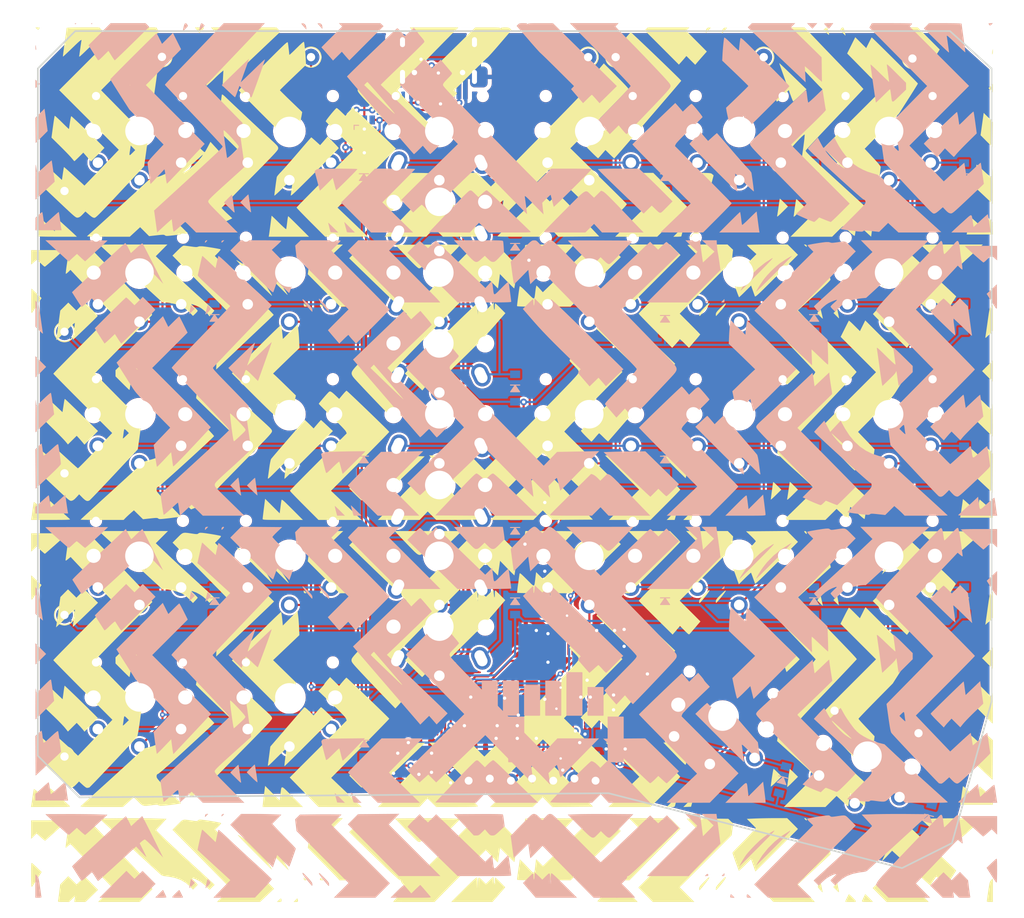
<source format=kicad_pcb>
(kicad_pcb (version 20210424) (generator pcbnew)
  (layers (0 "F.Cu" signal) (31 "B.Cu" signal) (34 "B.Paste" user) (35 "F.Paste" user) (36 "B.SilkS" user "B.Silkscreen") (37 "F.SilkS" user "F.Silkscreen") (38 "B.Mask" user) (39 "F.Mask" user) (44 "Edge.Cuts" user))
  (net 0 "")
  (net 1 "VSS")
  (net 2 "VDD")
  (net 3 "Net-(D7-Pad2)")
  (net 4 "HSE_IN")
  (net 5 "Net-(C16-Pad1)")
  (net 6 "USB_D+")
  (net 7 "Net-(P1-PadB5)")
  (net 8 "USB_D-")
  (net 9 "Net-(P1-PadA5)")
  (net 10 "USB_VBUS")
  (net 11 "NRST")
  (net 12 "BOOT0")
  (net 13 "HSE_OUT")
  (net 14 "COL1")
  (net 15 "COL2")
  (net 16 "COL3")
  (net 17 "COL4")
  (net 18 "COL5")
  (net 19 "COL6")
  (net 20 "JTDI")
  (net 21 "JTDO")
  (net 22 "JTCK")
  (net 23 "ROW1")
  (net 24 "ROW2")
  (net 25 "ROW3")
  (net 26 "ROW4")
  (net 27 "ROW5")
  (net 28 "JTMS")
  (net 29 "SPI1_SCK")
  (net 30 "SPI1_MOSI")
  (net 31 "SPI1_MISO")
  (net 32 "SPI1_NSS")
  (net 33 "Net-(D1-Pad1)")
  (net 34 "Net-(D2-Pad1)")
  (net 35 "Net-(D3-Pad1)")
  (net 36 "Net-(D4-Pad1)")
  (net 37 "Net-(D5-Pad1)")
  (net 38 "Net-(D6-Pad1)")
  (net 39 "Net-(D8-Pad1)")
  (net 40 "Net-(D9-Pad1)")
  (net 41 "Net-(D10-Pad1)")
  (net 42 "Net-(D11-Pad1)")
  (net 43 "Net-(D12-Pad1)")
  (net 44 "Net-(D13-Pad1)")
  (net 45 "Net-(D14-Pad1)")
  (net 46 "Net-(D15-Pad1)")
  (net 47 "Net-(D16-Pad1)")
  (net 48 "Net-(D17-Pad1)")
  (net 49 "Net-(D18-Pad1)")
  (net 50 "Net-(D19-Pad1)")
  (net 51 "Net-(D20-Pad1)")
  (net 52 "Net-(D21-Pad1)")
  (net 53 "Net-(D22-Pad1)")
  (net 54 "Net-(D23-Pad1)")
  (net 55 "Net-(D24-Pad1)")
  (net 56 "Net-(D25-Pad1)")
  (net 57 "Net-(D26-Pad1)")
  (net 58 "Net-(D27-Pad1)")
  (net 59 "Net-(D28-Pad1)")
  (net 60 "Net-(D29-Pad1)")
  (net 61 "/USB_D_R-")
  (net 62 "/USB_D_R+")
  (footprint "prettylib:SMD-0603" (layer "F.Cu") (at 108.077 105.156 -90)
    (fp_text reference "C7" hide)
    (fp_text value "100n" hide)
  )
  (footprint "prettylib:SW_PG1350_reversible" (layer "F.Cu") (at 133.7 50)
    (fp_text reference "S20" hide)
    (fp_text value "SW" hide)
  )
  (footprint "prettylib:SMD-0603" (layer "F.Cu") (at 89.916 22.86 90)
    (fp_text reference "R4" hide)
    (fp_text value "5k1" hide)
  )
  (footprint "prettylib:SMD-0603" (layer "F.Cu") (at 96.012 106.426)
    (fp_text reference "C13" hide)
    (fp_text value "10u" hide)
  )
  (footprint "prettylib:SOIC-8" (layer "F.Cu") (at 102.616 105.029 90)
    (fp_text reference "U3" hide)
    (fp_text value "M95512-WMN6P" hide)
  )
  (footprint "prettylib:SW_PG1350_reversible" (layer "F.Cu") (at 151.7 50)
    (fp_text reference "S25" hide)
    (fp_text value "SW" hide)
  )
  (footprint "prettylib:SMD-0603" (layer "F.Cu") (at 96.012 104.394 180)
    (fp_text reference "R2" hide)
    (fp_text value "1k5" hide)
  )
  (footprint "prettylib:SW_PG1350_reversible" (layer "F.Cu") (at 79.7 101)
    (fp_text reference "S10" hide)
    (fp_text value "SW" hide)
  )
  (footprint "prettylib:SW_PG1350_0.5u_stagger_reversible" (layer "F.Cu") (at 97.7 67)
    (fp_text reference "S13" hide)
    (fp_text value "SW" hide)
  )
  (footprint "prettylib:SW_PG1350_reversible" (layer "F.Cu") (at 61.7 84)
    (fp_text reference "S4" hide)
    (fp_text value "SW" hide)
  )
  (footprint "prettylib:TestPoint" (layer "F.Cu") (at 52.7 108.1)
    (fp_text reference "TP9" hide)
    (fp_text value "ROW5" hide)
  )
  (footprint "prettylib:SMD-0603" (layer "F.Cu") (at 120.015 105.169 -90)
    (fp_text reference "C12" hide)
    (fp_text value "100n" hide)
  )
  (footprint "prettylib:TestPoint" (layer "F.Cu") (at 52.7 91.1)
    (fp_text reference "TP8" hide)
    (fp_text value "ROW4" hide)
  )
  (footprint "prettylib:TestPoint" (layer "F.Cu") (at 136.652 24.13)
    (fp_text reference "TP14" hide)
    (fp_text value "COL5" hide)
  )
  (footprint "prettylib:SW_PG1350_reversible" (layer "F.Cu") (at 79.7 33)
    (fp_text reference "S6" hide)
    (fp_text value "SW" hide)
  )
  (footprint "prettylib:TestPoint" (layer "F.Cu") (at 64.4 24.1)
    (fp_text reference "TP10" hide)
    (fp_text value "COL1" hide)
  )
  (footprint "prettylib:SMD-0603" (layer "F.Cu") (at 105.156 22.86 90)
    (fp_text reference "R3" hide)
    (fp_text value "5k1" hide)
  )
  (footprint "prettylib:SMD-0603" (layer "F.Cu") (at 91.9226 104.394)
    (fp_text reference "R7" hide)
    (fp_text value "33" hide)
  )
  (footprint "prettylib:SW_PG1350_reversible" (layer "F.Cu") (at 115.7 33)
    (fp_text reference "S15" hide)
    (fp_text value "SW" hide)
  )
  (footprint "prettylib:TestPoint" (layer "F.Cu") (at 82.296 24.13)
    (fp_text reference "TP11" hide)
    (fp_text value "COL2" hide)
  )
  (footprint "prettylib:SMD-0603" (layer "F.Cu") (at 117.729 93.726 90)
    (fp_text reference "C10" hide)
    (fp_text value "100n" hide)
  )
  (footprint "prettylib:TestPoint" (layer "F.Cu") (at 118.872 24.13)
    (fp_text reference "TP13" hide)
    (fp_text value "COL4" hide)
  )
  (footprint "prettylib:TestPoint" (layer "F.Cu") (at 52.7 57.1)
    (fp_text reference "TP6" hide)
    (fp_text value "ROW2" hide)
  )
  (footprint "prettylib:SW_PG1350_reversible" (layer "F.Cu") (at 133.7 67)
    (fp_text reference "S21" hide)
    (fp_text value "SW" hide)
  )
  (footprint "prettylib:SW_PG1350_reversible" (layer "F.Cu") (at 79.7 67)
    (fp_text reference "S8" hide)
    (fp_text value "SW" hide)
  )
  (footprint "prettylib:SMD-0603" (layer "F.Cu") (at 91.9226 102.362)
    (fp_text reference "R6" hide)
    (fp_text value "33" hide)
  )
  (footprint "prettylib:SW_PG1350_0.5u_stagger_reversible" (layer "F.Cu") (at 97.7 50)
    (fp_text reference "S12" hide)
    (fp_text value "SW" hide)
  )
  (footprint "prettylib:Debug_Header_1x07_P2.54mm_Vertical" (layer "F.Cu") (at 116.459 110.871 -90)
    (fp_text reference "J1" hide)
    (fp_text value "JTAG/SWD" hide)
  )
  (footprint "prettylib:SW_PG1350_0.5u_stagger_reversible" (layer "F.Cu") (at 97.7 33)
    (fp_text reference "S11" hide)
    (fp_text value "SW" hide)
  )
  (footprint "prettylib:Crystal_SMD_3225-4Pin_3.2x2.5mm" (layer "F.Cu") (at 120.65 99.2 90)
    (fp_text reference "HSE1" hide)
    (fp_text value "8MHz" hide)
  )
  (footprint "prettylib:SW_PG1350_reversible" (layer "F.Cu") (at 151.7 33)
    (fp_text reference "S24" hide)
    (fp_text value "SW" hide)
  )
  (footprint "prettylib:TestPoint" (layer "F.Cu") (at 52.7 74.1)
    (fp_text reference "TP7" hide)
    (fp_text value "ROW3" hide)
  )
  (footprint "prettylib:HRO-TYPE-C-31-M-12-HandSoldering-NoSBU" (layer "F.Cu") (at 97.6 23.73 180)
    (fp_text reference "P1" hide)
    (fp_text value "PC" hide)
  )
  (footprint "prettylib:SW_PG1350_reversible" (layer "F.Cu") (at 79.7 84)
    (fp_text reference "S9" hide)
    (fp_text value "SW" hide)
  )
  (footprint "prettylib:SW_PG1350_reversible" (layer "F.Cu") (at 115.7 67)
    (fp_text reference "S17" hide)
    (fp_text value "SW" hide)
  )
  (footprint "prettylib:SW_PG1350_reversible" (layer "F.Cu") (at 115.7 50)
    (fp_text reference "S16" hide)
    (fp_text value "SW" hide)
  )
  (footprint "prettylib:SMD-0603" (layer "F.Cu") (at 96.012 111.252 180)
    (fp_text reference "R5" hide)
    (fp_text value "2k2" hide)
  )
  (footprint "prettylib:dzzy_logo" (layer "F.Cu") (at 106.426 73.025)
    (fp_text reference "G1" hide)
    (fp_text value "DZZY_LOGO" hide)
  )
  (footprint "prettylib:SW_PG1350_0.5u_stagger_reversible" (layer "F.Cu") (at 97.7 84)
    (fp_text reference "S14" hide)
    (fp_text value "SW" hide)
  )
  (footprint "prettylib:SW_PG1350_reversible" (layer "F.Cu") (at 149.1 108 -15)
    (fp_text reference "S28" hide)
    (fp_text value "SW" hide)
  )
  (footprint "prettylib:LQFP-48_7x7mm_P0.5mm" (layer "F.Cu") (at 112.967 99.3555 180)
    (fp_text reference "U4" hide)
    (fp_text value "GD32VF103CBT6" hide)
  )
  (footprint "prettylib:SW_PG1350_reversible" (layer "F.Cu") (at 133.7 84)
    (fp_text reference "S22" hide)
    (fp_text value "SW" hide)
  )
  (footprint "prettylib:SW_PG1350_reversible" (layer "F.Cu") (at 133.7 33)
    (fp_text reference "S19" hide)
    (fp_text value "SW" hide)
  )
  (footprint "prettylib:SW_PG1350_reversible" (layer "F.Cu") (at 115.7 84)
    (fp_text reference "S18" hide)
    (fp_text value "SW" hide)
  )
  (footprint "prettylib:SMD-0603" (layer "F.Cu") (at 120.65 102.502 180)
    (fp_text reference "C15" hide)
    (fp_text value "20p" hide)
  )
  (footprint "prettylib:SW_PG1350_reversible" (layer "F.Cu") (at 61.7 101)
    (fp_text reference "S5" hide)
    (fp_text value "SW" hide)
  )
  (footprint "prettylib:SW_PG1350_reversible" (layer "F.Cu") (at 61.71 50)
    (fp_text reference "S2" hide)
    (fp_text value "SW" hide)
  )
  (footprint "prettylib:TestPoint" (layer "F.Cu") (at 52.7 40.2)
    (fp_text reference "TP5" hide)
    (fp_text value "ROW1" hide)
  )
  (footprint "prettylib:SW_PG1350_reversible" (layer "F.Cu") (at 131.7 103.3 -15)
    (fp_text reference "S23" hide)
    (fp_text value "SW" hide)
  )
  (footprint "prettylib:SMD-0603" (layer "F.Cu") (at 120.65 93.866 180)
    (fp_text reference "C16" hide)
    (fp_text value "20p" hide)
  )
  (footprint "prettylib:SW_PG1350_reversible" (layer "F.Cu") (at 79.7 50)
    (fp_text reference "S7" hide)
    (fp_text value "SW" hide)
  )
  (footprint "prettylib:SW_PG1350_reversible" (layer "F.Cu") (at 151.7 67)
    (fp_text reference "S26" hide)
    (fp_text value "SW" hide)
  )
  (footprint "prettylib:SMD-0603" (layer "F.Cu") (at 108.077 93.726 90)
    (fp_text reference "C11" hide)
    (fp_text value "100n" hide)
  )
  (footprint "prettylib:SOT-23" (layer "F.Cu") (at 91.948 110.139589 180)
    (fp_text reference "U2" hide)
    (fp_text value "XC6206P332MR" hide)
  )
  (footprint "prettylib:LED-0603_flipable" (layer "F.Cu") (at 96.012 109.22)
    (fp_text reference "D7" hide)
    (fp_text value "LED" hide)
  )
  (footprint "prettylib:SMD-0603" (layer "F.Cu") (at 91.948 106.426)
    (fp_text reference "C9" hide)
    (fp_text value "10u" hide)
  )
  (footprint "prettylib:TestPoint" (layer "F.Cu") (at 154.5 24.3)
    (fp_text reference "TP15" hide)
    (fp_text value "COL6" hide)
  )
  (footprint "prettylib:SW_PG1350_reversible" (layer "F.Cu") (at 151.7 84)
    (fp_text reference "S27" hide)
    (fp_text value "SW" hide)
  )
  (footprint "prettylib:SOT-23-6_flipable" (layer "F.Cu") (at 88.6968 32.766 90)
    (fp_text reference "U1" hide)
    (fp_text value "USBLC6-4SC6" hide)
  )
  (footprint "prettylib:SMD-0603" (layer "F.Cu") (at 117.729 105.169 -90)
    (fp_text reference "C8" hide)
    (fp_text value "100n" hide)
  )
  (footprint "prettylib:TestPoint" (layer "F.Cu") (at 115.57 24.13)
    (fp_text reference "TP12" hide)
    (fp_text value "COL3" hide)
  )
  (footprint "prettylib:SMD-0603" (layer "F.Cu") (at 120.65 95.898)
    (fp_text reference "R12" hide)
    (fp_text value "220" hide)
  )
  (footprint "prettylib:SW_PG1350_reversible" (layer "F.Cu") (at 61.71 33)
    (fp_text reference "S1" hide)
    (fp_text value "SW" hide)
  )
  (footprint "prettylib:SW_PG1350_reversible" (layer "F.Cu") (at 61.7 67)
    (fp_text reference "S3" hide)
    (fp_text value "SW" hide)
  )
  (footprint "prettylib:D_SOD-123" (layer "B.Cu") (at 88.646 89.39 -90)
    (fp_text reference "D10" hide)
    (fp_text value "D" hide)
  )
  (footprint "prettylib:D_SOD-123" (layer "B.Cu") (at 106.8 63.858 -90)
    (fp_text reference "D13" hide)
    (fp_text value "D" hide)
  )
  (footprint "prettylib:dzzy_logo" (layer "B.Cu") (at 106.934 72.517 180)
    (fp_text reference "G2" hide)
    (fp_text value "DZZY_LOGO" hide)
  )
  (footprint "prettylib:D_SOD-123" (layer "B.Cu") (at 70.8 106.426 -90)
    (fp_text reference "D5" hide)
    (fp_text value "D" hide)
  )
  (footprint "prettylib:D_SOD-123" (layer "B.Cu") (at 70.712 72.5 -90)
    (fp_text reference "D3" hide)
    (fp_text value "D" hide)
  )
  (footprint "prettylib:D_SOD-123" (layer "B.Cu") (at 70.712 55.4 -90)
    (fp_text reference "D2" hide)
    (fp_text value "D" hide)
  )
  (footprint "prettylib:D_SOD-123" (layer "B.Cu") (at 142.7 55.4 -90)
    (fp_text reference "D21" hide)
    (fp_text value "D" hide)
  )
  (footprint "prettylib:D_SOD-123" (layer "B.Cu") (at 156.4 115.5 -105)
    (fp_text reference "D29" hide)
    (fp_text value "D" hide)
  )
  (footprint "prettylib:D_SOD-123" (layer "B.Cu") (at 88.7 106.5 -90)
    (fp_text reference "D11" hide)
    (fp_text value "D" hide)
  )
  (footprint "prettylib:D_SOD-123" (layer "B.Cu") (at 88.646 38.49 -90)
    (fp_text reference "D6" hide)
    (fp_text value "D" hide)
  )
  (footprint "prettylib:D_SOD-123" (layer "B.Cu") (at 142.7 38.4 -90)
    (fp_text reference "D20" hide)
    (fp_text value "D" hide)
  )
  (footprint "prettylib:SMD-0603" (layer "B.Cu") (at 113.03 106.299 -90)
    (fp_text reference "R1" hide)
    (fp_text value "5k1" hide)
  )
  (footprint "prettylib:D_SOD-123" (layer "B.Cu") (at 142.7 89.4 -90)
    (fp_text reference "D23" hide)
    (fp_text value "D" hide)
  )
  (footprint "prettylib:D_SOD-123" (layer "B.Cu") (at 138.9 110.9 -105)
    (fp_text reference "D24" hide)
    (fp_text value "D" hide)
  )
  (footprint "prettylib:D_SOD-123" (layer "B.Cu") (at 88.646 72.39 -90)
    (fp_text reference "D9" hide)
    (fp_text value "D" hide)
  )
  (footprint "prettylib:D_SOD-123" (layer "B.Cu") (at 88.646 55.39 -90)
    (fp_text reference "D8" hide)
    (fp_text value "D" hide)
  )
  (footprint "prettylib:D_SOD-123" (layer "B.Cu") (at 70.712 38.5 -90)
    (fp_text reference "D1" hide)
    (fp_text value "D" hide)
  )
  (footprint "prettylib:D_SOD-123" (layer "B.Cu") (at 70.712 89.4 -90)
    (fp_text reference "D4" hide)
    (fp_text value "D" hide)
  )
  (footprint "prettylib:D_SOD-123" (layer "B.Cu") (at 160.7 38.5 -90)
    (fp_text reference "D25" hide)
    (fp_text value "D" hide)
  )
  (footprint "prettylib:SW_SPST_TS_1088" (layer "B.Cu") (at 109.982 106.045 -90)
    (fp_text reference "S30" hide)
    (fp_text value "BOOT0" hide)
  )
  (footprint "prettylib:D_SOD-123" (layer "B.Cu") (at 124.8 38.5 -90)
    (fp_text reference "D16" hide)
    (fp_text value "D" hide)
  )
  (footprint "prettylib:D_SOD-123" (layer "B.Cu") (at 106.8 80.958 -90)
    (fp_text reference "D14" hide)
    (fp_text value "D" hide)
  )
  (footprint "prettylib:D_SOD-123" (layer "B.Cu") (at 124.8 72.4 -90)
    (fp_text reference "D18" hide)
    (fp_text value "D" hide)
  )
  (footprint "prettylib:D_SOD-123" (layer "B.Cu") (at 160.7 72.5 -90)
    (fp_text reference "D27" hide)
    (fp_text value "D" hide)
  )
  (footprint "prettylib:D_SOD-123" (layer "B.Cu") (at 106.8 89.408 -90)
    (fp_text reference "D15" hide)
    (fp_text value "D" hide)
  )
  (footprint "prettylib:D_SOD-123" (layer "B.Cu") (at 106.8 46.858 -90)
    (fp_text reference "D12" hide)
    (fp_text value "D" hide)
  )
  (footprint "prettylib:SW_SPST_TS_1088" (layer "B.Cu") (at 116.078 106.045 -90)
    (fp_text reference "S29" hide)
    (fp_text value "RESET" hide)
  )
  (footprint "prettylib:D_SOD-123" (layer "B.Cu") (at 142.7 72.4 -90)
    (fp_text reference "D22" hide)
    (fp_text value "D" hide)
  )
  (footprint "prettylib:D_SOD-123" (layer "B.Cu") (at 124.8 55.5 -90)
    (fp_text reference "D17" hide)
    (fp_text value "D" hide)
  )
  (footprint "prettylib:D_SOD-123" (layer "B.Cu") (at 124.8 89.4 -90)
    (fp_text reference "D19" hide)
    (fp_text value "D" hide)
  )
  (footprint "prettylib:D_SOD-123" (layer "B.Cu") (at 160.7 89.4 -90)
    (fp_text reference "D28" hide)
    (fp_text value "D" hide)
  )
  (footprint "prettylib:D_SOD-123" (layer "B.Cu") (at 160.618 55.372 -90)
    (fp_text reference "D26" hide)
    (fp_text value "D" hide)
  )
  (gr_rect (start 107.188 99.06) (end 105.41 103.124) (layer "B.SilkS") (width 0.15) (fill solid))
  (gr_rect (start 117.348 99.822) (end 115.57 103.124) (layer "B.SilkS") (width 0.15) (fill solid))
  (gr_rect (start 114.808 98.044) (end 113.03 103.124) (layer "B.SilkS") (width 0.15) (fill solid))
  (gr_rect (start 104.648 99.06) (end 102.87 103.124) (layer "B.SilkS") (width 0.15) (fill solid))
  (gr_rect (start 107.823 103.378) (end 106.045 108.712) (layer "B.SilkS") (width 0.15) (fill solid))
  (gr_rect (start 119.761 103.378) (end 117.983 108.712) (layer "B.SilkS") (width 0.15) (fill solid))
  (gr_rect (start 112.268 99.06) (end 110.49 103.124) (layer "B.SilkS") (width 0.15) (fill solid))
  (gr_rect (start 109.728 99.568) (end 107.95 103.124) (layer "B.SilkS") (width 0.15) (fill solid))
  (gr_poly (pts (xy 49.5 108) (xy 49.5 25.5) (xy 54 21) (xy 159 21) (xy 164 25.5) (xy 164 101.5) (xy 159.246 118.492) (xy 153.246 121.492) (xy 118 112.5) (xy 54.5 113)) (layer "Edge.Cuts") (width 0.2) (fill none))
  (segment (start 94.201 26.51) (end 94.361 26.67) (width 0.254) (layer "F.Cu") (net 1))
  (segment (start 119.8 100.3) (end 119.029 100.3) (width 0.254) (layer "F.Cu") (net 1))
  (segment (start 93.28 26.51) (end 94.201 26.51) (width 0.254) (layer "F.Cu") (net 1))
  (segment (start 119.029 100.3) (end 118.618 100.711) (width 0.254) (layer "F.Cu") (net 1))
  (segment (start 101.92 26.51) (end 101.125 26.51) (width 0.254) (layer "F.Cu") (net 1))
  (segment (start 94.361 26.67) (end 94.361 28.067) (width 0.254) (layer "F.Cu") (net 1))
  (segment (start 101.125 26.51) (end 100.838 26.797) (width 0.254) (layer "F.Cu") (net 1))
  (via (at 92.202 110.109) (size 0.8) (drill 0.4) (layers "F.Cu" "B.Cu") (net 1))
  (via (at 107.188 103.124) (size 0.8) (drill 0.4) (layers "F.Cu" "B.Cu") (net 1))
  (via (at 92.71 107.696) (size 0.8) (drill 0.4) (layers "F.Cu" "B.Cu") (net 1))
  (via (at 115.189 105.41) (size 0.8) (drill 0.4) (layers "F.Cu" "B.Cu") (net 1))
  (via (at 109.347 105.918) (size 0.8) (drill 0.4) (layers "F.Cu" "B.Cu") (net 1))
  (via (at 118.618 102.489) (size 0.8) (drill 0.4) (layers "F.Cu" "B.Cu") (net 1))
  (via (at 114.554 106.426) (size 0.8) (drill 0.4) (layers "F.Cu" "B.Cu") (net 1))
  (via (at 110.363 101.219) (size 0.8) (drill 0.4) (layers "F.Cu" "B.Cu") (net 1))
  (via (at 107.061 105.918) (size 0.8) (drill 0.4) (layers "F.Cu" "B.Cu") (net 1))
  (via (at 88.6968 32.766) (size 0.8) (drill 0.4) (layers "F.Cu" "B.Cu") (net 1))
  (via (at 118.618 100.711) (size 0.8) (drill 0.4) (layers "F.Cu" "B.Cu") (net 1))
  (via (at 110.744 96.774) (size 0.8) (drill 0.4) (layers "F.Cu" "B.Cu") (net 1))
  (via (at 119.888 92.837) (size 0.8) (drill 0.4) (layers "F.Cu" "B.Cu") (net 1))
  (via (at 120.015 107.188) (size 0.8) (drill 0.4) (layers "F.Cu" "B.Cu") (net 1))
  (via (at 88.6968 35.6108) (size 0.8) (drill 0.4) (layers "F.Cu" "B.Cu") (net 1))
  (via (at 114.681 100.965) (size 0.8) (drill 0.4) (layers "F.Cu" "B.Cu") (net 1))
  (via (at 116.586 92.964) (size 0.8) (drill 0.4) (layers "F.Cu" "B.Cu") (net 1))
  (via (at 104.521 105.918) (size 0.8) (drill 0.4) (layers "F.Cu" "B.Cu") (net 1))
  (via (at 105.537 101.092) (size 0.8) (drill 0.4) (layers "F.Cu" "B.Cu") (net 1))
  (via (at 115.443 98.933) (size 0.8) (drill 0.4) (layers "F.Cu" "B.Cu") (net 1))
  (via (at 96.774 107.696) (size 0.8) (drill 0.4) (layers "F.Cu" "B.Cu") (net 1))
  (via (at 110.363 85.852) (size 0.8) (drill 0.4) (layers "F.Cu" "B.Cu") (net 1))
  (via (at 119.888 94.869) (size 0.8) (drill 0.4) (layers "F.Cu" "B.Cu") (net 1))
  (via (at 112.522 109.728) (size 0.8) (drill 0.4) (layers "F.Cu" "B.Cu") (net 1))
  (via (at 122.682 98.184) (size 0.8) (drill 0.4) (layers "F.Cu" "B.Cu") (net 1))
  (via (at 118.745 92.964) (size 0.8) (drill 0.4) (layers "F.Cu" "B.Cu") (net 1))
  (via (at 101.473 100.965) (size 0.8) (drill 0.4) (layers "F.Cu" "B.Cu") (net 1))
  (via (at 95.25 110.236) (size 0.8) (drill 0.4) (layers "F.Cu" "B.Cu") (net 1))
  (via (at 117.729 107.188) (size 0.8) (drill 0.4) (layers "F.Cu" "B.Cu") (net 1))
  (via (at 110.363 77.597) (size 0.8) (drill 0.4) (layers "F.Cu" "B.Cu") (net 1))
  (via (at 99.06 111.252) (size 0.8) (drill 0.4) (layers "F.Cu" "B.Cu") (net 1))
  (via (at 109.347 92.964) (size 0.8) (drill 0.4) (layers "F.Cu" "B.Cu") (net 1))
  (via (at 110.744 93.345) (size 0.8) (drill 0.4) (layers "F.Cu" "B.Cu") (net 1))
  (segment (start 100.838 26.797) (end 100.838 27.94) (width 0.254) (layer "B.Cu") (net 1))
  (segment (start 93.28 26.51) (end 94.201 26.51) (width 0.254) (layer "B.Cu") (net 1))
  (segment (start 101.125 26.51) (end 100.838 26.797) (width 0.254) (layer "B.Cu") (net 1))
  (segment (start 94.361 26.67) (end 94.361 27.813) (width 0.254) (layer "B.Cu") (net 1))
  (segment (start 101.92 26.51) (end 101.125 26.51) (width 0.254) (layer "B.Cu") (net 1))
  (segment (start 94.201 26.51) (end 94.361 26.67) (width 0.254) (layer "B.Cu") (net 1))
  (segment (start 108.8045 102.1055) (end 110.7465 102.1055) (width 0.254) (layer "F.Cu") (net 2))
  (segment (start 115.717 102.1055) (end 115.717 102.763) (width 0.254) (layer "F.Cu") (net 2))
  (segment (start 114.2975 102.1055) (end 117.1295 102.1055) (width 0.254) (layer "F.Cu") (net 2))
  (segment (start 110.7465 102.1055) (end 111.379 101.473) (width 0.254) (layer "F.Cu") (net 2))
  (segment (start 94.264411 109.189589) (end 95.219589 109.189589) (width 0.254) (layer "F.Cu") (net 2))
  (segment (start 111.379 101.473) (end 113.665 101.473) (width 0.254) (layer "F.Cu") (net 2))
  (segment (start 100.965 110.998) (end 99.949 110.998) (width 0.254) (layer "F.Cu") (net 2))
  (segment (start 97.409 108.458) (end 95.25 108.458) (width 0.254) (layer "F.Cu") (net 2))
  (segment (start 102.056711 98.476289) (end 99.071112 101.461888) (width 0.254) (layer "F.Cu") (net 2))
  (segment (start 108.077 104.394) (end 107.061 104.394) (width 0.254) (layer "F.Cu") (net 2))
  (segment (start 113.665 99.568) (end 113.665 101.473) (width 0.254) (layer "F.Cu") (net 2))
  (segment (start 110.217 95.193) (end 110.147 95.123) (width 0.254) (layer "F.Cu") (net 2))
  (segment (start 117.946434 98.1055) (end 118.288289 97.763645) (width 0.254) (layer "F.Cu") (net 2))
  (segment (start 117.1295 98.1055) (end 117.946434 98.1055) (width 0.254) (layer "F.Cu") (net 2))
  (segment (start 95.25 108.458) (end 95.25 106.426) (width 0.254) (layer "F.Cu") (net 2))
  (segment (start 103.251 105.791) (end 104.648 104.394) (width 0.254) (layer "F.Cu") (net 2))
  (segment (start 99.949 110.998) (end 97.409 108.458) (width 0.254) (layer "F.Cu") (net 2))
  (segment (start 110.147 95.123) (end 108.077 95.123) (width 0.254) (layer "F.Cu") (net 2))
  (segment (start 95.25 109.474) (end 95.25 108.458) (width 0.254) (layer "F.Cu") (net 2))
  (segment (start 100.711 102.554) (end 100.711 104.394) (width 0.254) (layer "F.Cu") (net 2))
  (segment (start 103.251 107.504) (end 103.251 105.791) (width 0.254) (layer "F.Cu") (net 2))
  (segment (start 118.288289 94.819289) (end 117.856 94.387) (width 0.254) (layer "F.Cu") (net 2))
  (segment (start 117.602 104.394) (end 117.602 102.108) (width 0.254) (layer "F.Cu") (net 2))
  (segment (start 117.1295 98.1055) (end 115.1275 98.1055) (width 0.254) (layer "F.Cu") (net 2))
  (segment (start 92.948 109.189589) (end 94.264411 109.189589) (width 0.254) (layer "F.Cu") (net 2))
  (segment (start 120.015 104.394) (end 117.602 104.394) (width 0.254) (layer "F.Cu") (net 2))
  (segment (start 108.077 102.833) (end 108.077 104.381) (width 0.254) (layer "F.Cu") (net 2))
  (segment (start 99.071112 101.461888) (end 99.071112 104.394) (width 0.254) (layer "F.Cu") (net 2))
  (segment (start 113.665 101.473) (end 114.2975 102.1055) (width 0.254) (layer "F.Cu") (net 2))
  (segment (start 108.8045 102.1055) (end 108.077 102.833) (width 0.254) (layer "F.Cu") (net 2))
  (segment (start 95.2245 106.426) (end 93.98 106.426) (width 0.254) (layer "F.Cu") (net 2))
  (segment (start 118.288289 97.763645) (end 118.288289 94.819289) (width 0.254) (layer "F.Cu") (net 2))
  (segment (start 95.2245 104.394) (end 95.2245 106.4005) (width 0.254) (layer "F.Cu") (net 2))
  (segment (start 95.2245 106.426) (end 95.2245 104.4195) (width 0.254) (layer "F.Cu") (net 2))
  (segment (start 115.1275 98.1055) (end 113.665 99.568) (width 0.254) (layer "F.Cu") (net 2))
  (segment (start 108.077 94.501) (end 108.077 95.123) (width 0.254) (layer "F.Cu") (net 2))
  (segment (start 106.934 95.123) (end 103.580711 98.476289) (width 0.254) (layer "F.Cu") (net 2))
  (segment (start 103.580711 98.476289) (end 102.056711 98.476289) (width 0.254) (layer "F.Cu") (net 2))
  (segment (start 108.077 95.123) (end 106.934 95.123) (width 0.254) (layer "F.Cu") (net 2))
  (segment (start 100.711 102.554) (end 101.981 102.554) (width 0.254) (layer "F.Cu") (net 2))
  (via (at 99.071112 104.394) (size 0.8) (drill 0.4) (layers "F.Cu" "B.Cu") (net 2))
  (via (at 107.061 104.394) (size 0.8) (drill 0.4) (layers "F.Cu" "B.Cu") (net 2))
  (via (at 94.264411 109.189589) (size 0.8) (drill 0.4) (layers "F.Cu" "B.Cu") (net 2))
  (via (at 93.98 106.426) (size 0.8) (drill 0.4) (layers "F.Cu" "B.Cu") (net 2))
  (via (at 100.711 104.394) (size 0.8) (drill 0.4) (layers "F.Cu" "B.Cu") (net 2))
  (via (at 104.648 104.394) (size 0.8) (drill 0.4) (layers "F.Cu" "B.Cu") (net 2))
  (segment (start 104.648 104.394) (end 107.061 104.394) (width 0.254) (layer "B.Cu") (net 2))
  (segment (start 93.98 106.426) (end 97.039112 106.426) (width 0.254) (layer "B.Cu") (net 2))
  (segment (start 100.711 104.394) (end 104.648 104.394) (width 0.254) (layer "B.Cu") (net 2))
  (segment (start 99.071112 104.394) (end 97.039112 106.426) (width 0.254) (layer "B.Cu") (net 2))
  (segment (start 104.013 108.204) (end 101.219 110.998) (width 0.254) (layer "B.Cu") (net 2))
  (segment (start 100.711 104.394) (end 99.071112 104.394) (width 0.254) (layer "B.Cu") (net 2))
  (segment (start 94.264411 109.189589) (end 95.219589 109.189589) (width 0.254) (layer "B.Cu") (net 2))
  (segment (start 109.923 108.204) (end 104.013 108.204) (width 0.254) (layer "B.Cu") (net 2))
  (segment (start 96.7613 109.9947) (end 96.7613 111.2393) (width 0.254) (layer "F.Cu") (net 3))
  (segment (start 96.7613 109.22) (end 96.7613 109.9947) (width 0.254) (layer "F.Cu") (net 3))
  (via (at 96.7613 109.9947) (size 0.8) (drill 0.4) (layers "F.Cu" "B.Cu") (net 3))
  (segment (start 96.7613 109.22) (end 96.7613 109.9947) (width 0.254) (layer "B.Cu") (net 3))
  (segment (start 119.042711 99.270289) (end 121.114289 99.270289) (width 0.254) (layer "F.Cu") (net 4))
  (segment (start 118.2075 100.1055) (end 119.042711 99.270289) (width 0.254) (layer "F.Cu") (net 4))
  (segment (start 121.425 102.502) (end 121.425 100.483) (width 0.254) (layer "F.Cu") (net 4))
  (segment (start 121.114289 99.270289) (end 121.412 99.568) (width 0.254) (layer "F.Cu") (net 4))
  (segment (start 121.412 99.568) (end 121.412 100.33) (width 0.254) (layer "F.Cu") (net 4))
  (segment (start 117.1295 100.1055) (end 118.2075 100.1055) (width 0.254) (layer "F.Cu") (net 4))
  (segment (start 121.425 95.885) (end 121.425 96.393) (width 0.254) (layer "F.Cu") (net 5))
  (segment (start 121.425 96.393) (end 119.634 98.184) (width 0.254) (layer "F.Cu") (net 5))
  (segment (start 121.425 93.866) (end 121.425 95.885) (width 0.254) (layer "F.Cu") (net 5))
  (segment (start 88.392 101.6509) (end 88.392 37.084) (width 0.254) (layer "F.Cu") (net 6))
  (segment (start 88.392 37.084) (end 87.142889 35.834889) (width 0.254) (layer "F.Cu") (net 6))
  (segment (start 87.7468 30.4902) (end 87.757 30.48) (width 0.254) (layer "F.Cu") (net 6))
  (segment (start 96.85 26.416) (end 97.231 26.035) (width 0.254) (layer "F.Cu") (net 6))
  (segment (start 96.3288 30.48) (end 89.662 30.48) (width 0.254) (layer "F.Cu") (net 6))
  (segment (start 87.142889 35.834889) (end 87.142889 32.269911) (width 0.254) (layer "F.Cu") (net 6))
  (segment (start 97.231 26.035) (end 97.85 26.035) (width 0.254) (layer "F.Cu") (net 6))
  (segment (start 96.8502 29.9586) (end 96.3288 30.48) (width 0.254) (layer "F.Cu") (net 6))
  (segment (start 96.8502 28.7274) (end 96.8502 29.9586) (width 0.254) (layer "F.Cu") (net 6))
  (segment (start 97.85 26.035) (end 97.85 27.925) (width 0.254) (layer "F.Cu") (net 6))
  (segment (start 96.85 27.925) (end 96.85 26.416) (width 0.254) (layer "F.Cu") (net 6))
  (segment (start 87.7468 31.666) (end 87.7468 30.4902) (width 0.254) (layer "F.Cu") (net 6))
  (segment (start 87.142889 32.269911) (end 87.7468 31.666) (width 0.254) (layer "F.Cu") (net 6))
  (segment (start 91.1351 104.394) (end 88.392 101.6509) (width 0.254) (layer "F.Cu") (net 6))
  (via (at 89.662 30.48) (size 0.8) (drill 0.4) (layers "F.Cu" "B.Cu") (net 6))
  (via (at 97.5868 26.035) (size 0.8) (drill 0.4) (layers "F.Cu" "B.Cu") (net 6))
  (via (at 87.757 30.48) (size 0.8) (drill 0.4) (layers "F.Cu" "B.Cu") (net 6))
  (segment (start 97.35 26.0432) (end 97.35 27.925) (width 0.254) (layer "B.Cu") (net 6))
  (segment (start 97.5868 26.035) (end 97.3582 26.035) (width 0.254) (layer "B.Cu") (net 6))
  (segment (start 87.757 30.48) (end 89.662 30.48) (width 0.254) (layer "B.Cu") (net 6))
  (segment (start 87.7468 33.866) (end 86.9188 33.038) (width 0.254) (layer "B.Cu") (net 6))
  (segment (start 87.57576 30.48) (end 87.757 30.48) (width 0.254) (layer "B.Cu") (net 6))
  (segment (start 86.9188 33.038) (end 86.9188 31.13696) (width 0.254) (layer "B.Cu") (net 6))
  (segment (start 97.3582 26.035) (end 97.35 26.0432) (width 0.254) (layer "B.Cu") (net 6))
  (segment (start 98.35 27.925) (end 98.35 26.416) (width 0.254) (layer "B.Cu") (net 6))
  (segment (start 98.35 26.416) (end 97.969 26.035) (width 0.254) (layer "B.Cu") (net 6))
  (segment (start 97.969 26.035) (end 97.5868 26.035) (width 0.254) (layer "B.Cu") (net 6))
  (segment (start 86.9188 31.13696) (end 87.57576 30.48) (width 0.254) (layer "B.Cu") (net 6))
  (segment (start 90.678 24.384) (end 89.916 23.622) (width 0.254) (layer "F.Cu") (net 7))
  (segment (start 95.504 24.384) (end 90.678 24.384) (width 0.254) (layer "F.Cu") (net 7))
  (segment (start 95.85 27.925) (end 95.85 24.73) (width 0.254) (layer "F.Cu") (net 7))
  (segment (start 95.85 24.73) (end 95.504 24.384) (width 0.254) (layer "F.Cu") (net 7))
  (via (at 95.504 24.384) (size 0.8) (drill 0.4) (layers "F.Cu" "B.Cu") (net 7))
  (segment (start 95.504 24.384) (end 99.06 24.384) (width 0.254) (layer "B.Cu") (net 7))
  (segment (start 99.06 24.384) (end 99.314 24.638) (width 0.254) (layer "B.Cu") (net 7))
  (segment (start 99.314 24.638) (end 99.314 27.432) (width 0.254) (layer "B.Cu") (net 7))
  (segment (start 97.3672 29.7434) (end 97.35 29.7262) (width 0.254) (layer "F.Cu") (net 8))
  (segment (start 90.5256 31.6992) (end 90.5256 35.5092) (width 0.254) (layer "F.Cu") (net 8))
  (segment (start 97.35 29.7262) (end 97.35 30.0952) (width 0.254) (layer "F.Cu") (net 8))
  (segment (start 89.241829 43.826) (end 89.2 43.826) (width 0.254) (layer "F.Cu") (net 8))
  (segment (start 89.241829 45.026) (end 89.2 45.026) (width 0.254) (layer "F.Cu") (net 8))
  (segment (start 89.6468 31.666) (end 90.4924 31.666) (width 0.254) (layer "F.Cu") (net 8))
  (segment (start 90.4924 31.666) (end 90.5256 31.6992) (width 0.254) (layer "F.Cu") (net 8))
  (segment (start 88.9 37.1348) (end 88.9 42.926) (width 0.254) (layer "F.Cu") (net 8))
  (segment (start 89.713758 102.362) (end 91.1351 102.362) (width 0.254) (layer "F.Cu") (net 8))
  (segment (start 88.9 101.548242) (end 89.713758 102.362) (width 0.254) (layer "F.Cu") (net 8))
  (segment (start 98.3742 29.6418) (end 98.2726 29.7434) (width 0.254) (layer "F.Cu") (net 8))
  (segment (start 97.35 29.142) (end 97.35 27.925) (width 0.254) (layer "F.Cu") (net 8))
  (segment (start 98.2726 29.7434) (end 97.8408 29.7434) (width 0.254) (layer "F.Cu") (net 8))
  (segment (start 97.35 29.7262) (end 97.35 29.142) (width 0.254) (layer "F.Cu") (net 8))
  (segment (start 90.5256 35.5092) (end 88.9 37.1348) (width 0.254) (layer "F.Cu") (net 8))
  (segment (start 97.35 30.0952) (end 95.746 31.6992) (width 0.254) (layer "F.Cu") (net 8))
  (segment (start 88.9 45.326) (end 88.9 47.776) (width 0.254) (layer "F.Cu") (net 8))
  (segment (start 98.3742 28.575) (end 98.3742 29.6418) (width 0.254) (layer "F.Cu") (net 8))
  (segment (start 88.9 47.776) (end 88.9 101.548242) (width 0.254) (layer "F.Cu") (net 8))
  (segment (start 95.746 31.6992) (end 90.5256 31.6992) (width 0.254) (layer "F.Cu") (net 8))
  (segment (start 97.8408 29.7434) (end 97.3672 29.7434) (width 0.254) (layer "F.Cu") (net 8))
  (segment (start 89.2 44.426) (end 89.241829 44.426) (width 0.254) (layer "F.Cu") (net 8))
  (segment (start 89.2 43.226) (end 89.241829 43.226) (width 0.254) (layer "F.Cu") (net 8))
  (via (at 97.8408 29.7434) (size 0.8) (drill 0.4) (layers "F.Cu" "B.Cu") (net 8))
  (via (at 90.5256 31.6992) (size 0.8) (drill 0.4) (layers "F.Cu" "B.Cu") (net 8))
  (arc (start 89.541829 43.526) (mid 89.453961 43.738132) (end 89.241829 43.826) (width 0.254) (layer "F.Cu") (net 8))
  (arc (start 89.241829 44.426) (mid 89.453961 44.513868) (end 89.541829 44.726) (width 0.254) (layer "F.Cu") (net 8))
  (arc (start 88.9 44.126) (mid 88.987868 44.338132) (end 89.2 44.426) (width 0.254) (layer "F.Cu") (net 8))
  (arc (start 89.2 45.026) (mid 88.987868 45.113868) (end 88.9 45.326) (width 0.254) (layer "F.Cu") (net 8))
  (arc (start 89.541829 44.726) (mid 89.453961 44.938132) (end 89.241829 45.026) (width 0.254) (layer "F.Cu") (net 8))
  (arc (start 89.241829 43.226) (mid 89.453961 43.313868) (end 89.541829 43.526) (width 0.254) (layer "F.Cu") (net 8))
  (arc (start 88.9 42.926) (mid 88.987868 43.138132) (end 89.2 43.226) (width 0.254) (layer "F.Cu") (net 8))
  (arc (start 89.2 43.826) (mid 88.987868 43.913868) (end 88.9 44.126) (width 0.254) (layer "F.Cu") (net 8))
  (segment (start 96.8502 29.7434) (end 97.8154 29.7434) (width 0.254) (layer "B.Cu") (net 8))
  (segment (start 97.8408 29.718) (end 97.8408 28.8798) (width 0.254) (layer "B.Cu") (net 8))
  (segment (start 97.8154 29.7434) (end 97.8408 29.718) (width 0.254) (layer "B.Cu") (net 8))
  (segment (start 90.5256 32.7822) (end 90.5256 31.6992) (width 0.254) (layer "B.Cu") (net 8))
  (segment (start 89.6468 33.661) (end 90.5256 32.7822) (width 0.254) (layer "B.Cu") (net 8))
  (segment (start 96.85 27.925) (end 96.85 29.7432) (width 0.254) (layer "B.Cu") (net 8))
  (segment (start 96.85 29.7432) (end 96.8502 29.7434) (width 0.254) (layer "B.Cu") (net 8))
  (segment (start 98.85 25.102) (end 98.85 27.925) (width 0.254) (layer "F.Cu") (net 9))
  (segment (start 104.457 24.384) (end 99.568 24.384) (width 0.254) (layer "F.Cu") (net 9))
  (segment (start 96.774 25.146) (end 98.806 25.146) (width 0.254) (layer "F.Cu") (net 9))
  (segment (start 105.156 23.685) (end 104.457 24.384) (width 0.254) (layer "F.Cu") (net 9))
  (segment (start 99.568 24.384) (end 98.85 25.102) (width 0.254) (layer "F.Cu") (net 9))
  (segment (start 98.806 25.146) (end 98.85 25.102) (width 0.254) (layer "F.Cu") (net 9))
  (via (at 96.774 25.146) (size 0.8) (drill 0.4) (layers "F.Cu" "B.Cu") (net 9))
  (segment (start 96.35 25.57) (end 96.774 25.146) (width 0.254) (layer "B.Cu") (net 9))
  (segment (start 96.35 27.925) (end 96.35 25.57) (width 0.254) (layer "B.Cu") (net 9))
  (segment (start 87.9348 37.338) (end 86.4431 35.8463) (width 0.254) (layer "F.Cu") (net 10))
  (segment (start 87.9348 104.2924) (end 87.9348 37.338) (width 0.254) (layer "F.Cu") (net 10))
  (segment (start 95.15 29.564) (end 95.15 29.5471) (width 0.254) (layer "F.Cu") (net 10))
  (segment (start 88.6968 29.621821) (end 95.075279 29.621821) (width 0.254) (layer "F.Cu") (net 10))
  (segment (start 87.421379 29.621821) (end 86.4431 30.6001) (width 0.254) (layer "F.Cu") (net 10))
  (segment (start 100.05 29.565) (end 100.076 29.591) (width 0.254) (layer "F.Cu") (net 10))
  (segment (start 95.15 28.294) (end 95.15 29.5471) (width 0.254) (layer "F.Cu") (net 10))
  (segment (start 100.05 27.925) (end 100.05 29.565) (width 0.254) (layer "F.Cu") (net 10))
  (segment (start 95.066779 29.647221) (end 95.15 29.564) (width 0.254) (layer "F.Cu") (net 10))
  (segment (start 86.6648 35.184356) (end 86.4431 34.962656) (width 0.254) (layer "F.Cu") (net 10))
  (segment (start 86.4431 30.6001) (end 86.4431 34.962656) (width 0.254) (layer "F.Cu") (net 10))
  (segment (start 91.1605 106.426) (end 90.0684 106.426) (width 0.254) (layer "F.Cu") (net 10))
  (segment (start 88.6968 29.621821) (end 87.421379 29.621821) (width 0.254) (layer "F.Cu") (net 10))
  (segment (start 90.0684 106.426) (end 87.9348 104.2924) (width 0.254) (layer "F.Cu") (net 10))
  (segment (start 86.4431 35.8463) (end 86.4431 34.962656) (width 0.254) (layer "F.Cu") (net 10))
  (segment (start 88.6968 31.666) (end 88.6968 29.621821) (width 0.254) (layer "F.Cu") (net 10))
  (segment (start 95.075279 29.621821) (end 95.15 29.5471) (width 0.254) (layer "F.Cu") (net 10))
  (segment (start 91.173 106.426) (end 91.173 109.995) (width 0.254) (layer "F.Cu") (net 10))
  (via (at 86.4431 34.962656) (size 0.8) (drill 0.4) (layers "F.Cu" "B.Cu") (net 10))
  (via (at 100.076 29.591) (size 0.8) (drill 0.4) (layers "F.Cu" "B.Cu") (net 10))
  (via (at 95.15 29.5471) (size 0.8) (drill 0.4) (layers "F.Cu" "B.Cu") (net 10))
  (segment (start 96.0628 30.48) (end 95.15 29.5672) (width 0.254) (layer "B.Cu") (net 10))
  (segment (start 100.05 27.925) (end 100.05 29.565) (width 0.254) (layer "B.Cu") (net 10))
  (segment (start 99.187 30.48) (end 96.0628 30.48) (width 0.254) (layer "B.Cu") (net 10))
  (segment (start 95.15 29.5672) (end 95.15 29.5471) (width 0.254) (layer "B.Cu") (net 10))
  (segment (start 100.076 29.591) (end 99.187 30.48) (width 0.254) (layer "B.Cu") (net 10))
  (segment (start 95.15 27.925) (end 95.15 29.5471) (width 0.254) (layer "B.Cu") (net 10))
  (segment (start 88.6968 33.866) (end 88.6968 34.3916) (width 0.254) (layer "B.Cu") (net 10))
  (segment (start 100.05 29.565) (end 100.076 29.591) (width 0.254) (layer "B.Cu") (net 10))
  (segment (start 88.6968 34.3916) (end 88.125744 34.962656) (width 0.254) (layer "B.Cu") (net 10))
  (segment (start 95.0045 29.6926) (end 95.15 29.5471) (width 0.254) (layer "B.Cu") (net 10))
  (segment (start 88.125744 34.962656) (end 86.4431 34.962656) (width 0.254) (layer "B.Cu") (net 10))
  (segment (start 115.824 99.594066) (end 115.824 100.965) (width 0.254) (layer "F.Cu") (net 11))
  (segment (start 116.312566 99.1055) (end 115.824 99.594066) (width 0.254) (layer "F.Cu") (net 11))
  (segment (start 117.1295 99.1055) (end 116.312566 99.1055) (width 0.254) (layer "F.Cu") (net 11))
  (via (at 115.824 100.965) (size 0.8) (drill 0.4) (layers "F.Cu" "B.Cu") (net 11))
  (segment (start 116.078 103.945) (end 116.078 105.918) (width 0.254) (layer "B.Cu") (net 11))
  (segment (start 115.824 103.691) (end 115.824 100.965) (width 0.254) (layer "B.Cu") (net 11))
  (segment (start 116.078 105.918) (end 113.919 108.077) (width 0.254) (layer "B.Cu") (net 11))
  (segment (start 113.919 108.077) (end 113.919 111.125) (width 0.254) (layer "B.Cu") (net 11))
  (segment (start 115.697 100.838) (end 115.824 100.965) (width 0.254) (layer "B.Cu") (net 11))
  (segment (start 113.717 104.7) (end 114.046 105.029) (width 0.254) (layer "F.Cu") (net 12))
  (segment (start 113.717 103.518) (end 113.717 104.7) (width 0.254) (layer "F.Cu") (net 12))
  (via (at 114.046 105.029) (size 0.8) (drill 0.4) (layers "F.Cu" "B.Cu") (net 12))
  (segment (start 113.03 105.474) (end 110.808 105.474) (width 0.254) (layer "B.Cu") (net 12))
  (segment (start 113.601 105.474) (end 114.046 105.029) (width 0.254) (layer "B.Cu") (net 12))
  (segment (start 110.808 105.474) (end 109.982 104.648) (width 0.254) (layer "B.Cu") (net 12))
  (segment (start 113.03 105.474) (end 113.601 105.474) (width 0.254) (layer "B.Cu") (net 12))
  (segment (start 118.745 98.806934) (end 117.946434 99.6055) (width 0.254) (layer "F.Cu") (net 13))
  (segment (start 119.888 95.898) (end 118.745 97.041) (width 0.254) (layer "F.Cu") (net 13))
  (segment (start 117.1295 99.6055) (end 117.946434 99.6055) (width 0.254) (layer "F.Cu") (net 13))
  (segment (start 118.745 97.041) (end 118.745 98.806934) (width 0.254) (layer "F.Cu") (net 13))
  (segment (start 117.946434 99.6055) (end 117.926154 99.62578) (width 0.254) (layer "F.Cu") (net 13))
  (segment (start 64.466 38.912) (end 61.518 38.912) (width 0.254) (layer "F.Cu") (net 14))
  (segment (start 61.7 106.9) (end 64.466 104.134) (width 0.254) (layer "F.Cu") (net 14))
  (segment (start 64.466 38.912) (end 64.466 72.848) (width 0.254) (layer "F.Cu") (net 14))
  (segment (start 64.466 38.912) (end 64.466 24.066) (width 0.254) (layer "F.Cu") (net 14))
  (segment (start 64.466 72.848) (end 64.466 90.12) (width 0.254) (layer "F.Cu") (net 14))
  (segment (start 64.246 89.9) (end 64.466 90.12) (width 0.254) (layer "F.Cu") (net 14))
  (segment (start 112.395 99.822) (end 114.6115 97.6055) (width 0.254) (layer "F.Cu") (net 14))
  (segment (start 64.466 90.12) (end 64.466 104.134) (width 0.254) (layer "F.Cu") (net 14))
  (segment (start 64.396 55.9) (end 64.466 55.83) (width 0.254) (layer "F.Cu") (net 14))
  (segment (start 61.71 55.9) (end 64.396 55.9) (width 0.254) (layer "F.Cu") (net 14))
  (segment (start 114.6115 97.6055) (end 117.1295 97.6055) (width 0.254) (layer "F.Cu") (net 14))
  (segment (start 61.7 72.9) (end 64.414 72.9) (width 0.254) (layer "F.Cu") (net 14))
  (segment (start 112.268 99.822) (end 112.395 99.822) (width 0.254) (layer "F.Cu") (net 14))
  (segment (start 64.414 72.9) (end 64.466 72.848) (width 0.254) (layer "F.Cu") (net 14))
  (segment (start 61.7 89.9) (end 64.246 89.9) (width 0.254) (layer "F.Cu") (net 14))
  (via (at 112.268 99.822) (size 0.6) (drill 0.3) (layers "F.Cu" "B.Cu") (net 14))
  (via (at 64.466 103.074) (size 0.6) (drill 0.3) (layers "F.Cu" "B.Cu") (net 14))
  (segment (start 111.803901 100.286099) (end 112.268 99.822) (width 0.254) (layer "B.Cu") (net 14))
  (segment (start 87.544292 103.074) (end 90.332193 100.286099) (width 0.254) (layer "B.Cu") (net 14))
  (segment (start 64.466 103.074) (end 87.544292 103.074) (width 0.254) (layer "B.Cu") (net 14))
  (segment (start 90.332193 100.286099) (end 111.803901 100.286099) (width 0.254) (layer "B.Cu") (net 14))
  (segment (start 112.268 99.017979) (end 112.268 99.019297) (width 0.254) (layer "F.Cu") (net 15))
  (segment (start 82.296 89.916) (end 82.296 99.662298) (width 0.254) (layer "F.Cu") (net 15))
  (segment (start 82.28 89.9) (end 82.296 89.916) (width 0.254) (layer "F.Cu") (net 15))
  (segment (start 82.334002 104.355998) (end 82.334002 99.7003) (width 0.254) (layer "F.Cu") (net 15))
  (segment (start 82.294 72.9) (end 82.296 72.898) (width 0.254) (layer "F.Cu") (net 15))
  (segment (start 82.296 72.898) (end 82.296 89.916) (width 0.254) (layer "F.Cu") (net 15))
  (segment (start 82.296 55.88) (end 82.296 72.898) (width 0.254) (layer "F.Cu") (net 15))
  (segment (start 82.296 38.862) (end 82.296 55.88) (width 0.254) (layer "F.Cu") (net 15))
  (segment (start 82.296 38.862) (end 82.296 23.876) (width 0.254) (layer "F.Cu") (net 15))
  (segment (start 82.296 99.662298) (end 82.334002 99.7003) (width 0.254) (layer "F.Cu") (net 15))
  (segment (start 79.7 38.9) (end 82.258 38.9) (width 0.254) (layer "F.Cu") (net 15))
  (segment (start 82.276 55.9) (end 82.296 55.88) (width 0.254) (layer "F.Cu") (net 15))
  (segment (start 79.7 89.9) (end 82.28 89.9) (width 0.254) (layer "F.Cu") (net 15))
  (segment (start 79.756 106.934) (end 82.334002 104.355998) (width 0.254) (layer "F.Cu") (net 15))
  (segment (start 79.7 55.9) (end 82.276 55.9) (width 0.254) (layer "F.Cu") (net 15))
  (segment (start 82.258 38.9) (end 82.296 38.862) (width 0.254) (layer "F.Cu") (net 15))
  (segment (start 117.1295 97.1055) (end 114.180479 97.1055) (width 0.254) (layer "F.Cu") (net 15))
  (segment (start 79.7 72.9) (end 82.294 72.9) (width 0.254) (layer "F.Cu") (net 15))
  (segment (start 112.268 99.017979) (end 114.180479 97.1055) (width 0.254) (layer "F.Cu") (net 15))
  (via (at 112.268 99.019297) (size 0.6) (drill 0.3) (layers "F.Cu" "B.Cu") (net 15))
  (via (at 82.334002 99.7003) (size 0.6) (drill 0.3) (layers "F.Cu" "B.Cu") (net 15))
  (segment (start 82.404412 99.77071) (end 111.30329 99.77071) (width 0.254) (layer "B.Cu") (net 15))
  (segment (start 112.054703 99.019297) (end 112.268 99.019297) (width 0.254) (layer "B.Cu") (net 15))
  (segment (start 82.334002 99.7003) (end 82.404412 99.77071) (width 0.254) (layer "B.Cu") (net 15))
  (segment (start 111.30329 99.77071) (end 112.054703 99.019297) (width 0.254) (layer "B.Cu") (net 15))
  (segment (start 97.066 38.9) (end 104.356 38.9) (width 0.254) (layer "F.Cu") (net 16))
  (segment (start 104.356 38.9) (end 106.934 36.322) (width 0.254) (layer "F.Cu") (net 16))
  (segment (start 100.564 55.9) (end 100.584 55.88) (width 0.254) (layer "F.Cu") (net 16))
  (segment (start 97.7 64.4) (end 100.468 64.4) (width 0.254) (layer "F.Cu") (net 16))
  (segment (start 100.584 55.88) (end 100.584 38.938) (width 0.254) (layer "F.Cu") (net 16))
  (segment (start 97.7 72.9) (end 100.582 72.9) (width 0.254) (layer "F.Cu") (net 16))
  (segment (start 117.1295 96.6055) (end 113.879094 96.6055) (width 0.254) (layer "F.Cu") (net 16))
  (segment (start 100.568 89.9) (end 100.584 89.916) (width 0.254) (layer "F.Cu") (net 16))
  (segment (start 110.236 24.13) (end 115.57 24.13) (width 0.254) (layer "F.Cu") (net 16))
  (segment (start 100.468 64.4) (end 100.584 64.516) (width 0.254) (layer "F.Cu") (net 16))
  (segment (start 100.584 64.516) (end 100.584 72.898) (width 0.254) (layer "F.Cu") (net 16))
  (segment (start 106.934 27.432) (end 110.236 24.13) (width 0.254) (layer "F.Cu") (net 16))
  (segment (start 100.584 72.898) (end 100.584 81.28) (width 0.254) (layer "F.Cu") (net 16))
  (segment (start 100.584 55.88) (end 100.584 64.516) (width 0.254) (layer "F.Cu") (net 16))
  (segment (start 97.7 55.9) (end 100.564 55.9) (width 0.254) (layer "F.Cu") (net 16))
  (segment (start 97.7 89.9) (end 100.568 89.9) (width 0.254) (layer "F.Cu") (net 16))
  (segment (start 113.052797 97.431797) (end 113.03 97.431797) (width 0.254) (layer "F.Cu") (net 16))
  (segment (start 106.934 36.322) (end 106.934 27.432) (width 0.254) (layer "F.Cu") (net 16))
  (segment (start 97.7 47.4) (end 100.486 47.4) (width 0.254) (layer "F.Cu") (net 16))
  (segment (start 97.7 81.4) (end 100.464 81.4) (width 0.254) (layer "F.Cu") (net 16))
  (segment (start 113.03 97.431797) (end 112.289776 98.172021) (width 0.254) (layer "F.Cu") (net 16))
  (segment (start 100.584 81.28) (end 100.584 89.916) (width 0.254) (layer "F.Cu") (net 16))
  (segment (start 113.052797 97.431797) (end 113.879094 96.6055) (width 0.254) (layer "F.Cu") (net 16))
  (segment (start 100.464 81.4) (end 100.584 81.28) (width 0.254) (layer "F.Cu") (net 16))
  (segment (start 112.289776 98.172021) (end 112.223427 98.172021) (width 0.254) (layer "F.Cu") (net 16))
  (segment (start 100.584 38.938) (end 100.546 38.9) (width 0.254) (layer "F.Cu") (net 16))
  (segment (start 100.582 72.9) (end 100.584 72.898) (width 0.254) (layer "F.Cu") (net 16))
  (segment (start 100.584 89.916) (end 100.584 95.504) (width 0.254) (layer "F.Cu") (net 16))
  (segment (start 100.584 95.504) (end 97.536 98.552) (width 0.254) (layer "F.Cu") (net 16))
  (via (at 112.223427 98.172021) (size 0.6) (drill 0.3) (layers "F.Cu" "B.Cu") (net 16))
  (segment (start 97.7 98.4) (end 98.613999 99.313999) (width 0.254) (layer "B.Cu") (net 16))
  (segment (start 98.613999 99.313999) (end 110.998001 99.313999) (width 0.254) (layer "B.Cu") (net 16))
  (segment (start 112.139979 98.172021) (end 112.223427 98.172021) (width 0.254) (layer "B.Cu") (net 16))
  (segment (start 110.998001 99.313999) (end 112.139979 98.172021) (width 0.254) (layer "B.Cu") (net 16))
  (segment (start 115.717 95.193) (end 115.717 89.936) (width 0.254) (layer "F.Cu") (net 17))
  (segment (start 115.7 89.9) (end 118.872 86.728) (width 0.254) (layer "F.Cu") (net 17))
  (segment (start 118.872 38.862) (end 118.872 24.13) (width 0.254) (layer "F.Cu") (net 17))
  (segment (start 118.834 38.9) (end 118.872 38.862) (width 0.254) (layer "F.Cu") (net 17))
  (segment (start 115.7 72.9) (end 118.87 72.9) (width 0.254) (layer "F.Cu") (net 17))
  (segment (start 115.7 38.9) (end 118.834 38.9) (width 0.254) (layer "F.Cu") (net 17))
  (segment (start 118.872 86.728) (end 118.872 72.898) (width 0.254) (layer "F.Cu") (net 17))
  (segment (start 115.7 55.9) (end 118.852 55.9) (width 0.254) (layer "F.Cu") (net 17))
  (segment (start 118.87 72.9) (end 118.872 72.898) (width 0.254) (layer "F.Cu") (net 17))
  (segment (start 118.872 55.88) (end 118.872 38.862) (width 0.254) (layer "F.Cu") (net 17))
  (segment (start 118.872 72.898) (end 118.872 55.88) (width 0.254) (layer "F.Cu") (net 17))
  (segment (start 118.852 55.9) (end 118.872 55.88) (width 0.254) (layer "F.Cu") (net 17))
  (segment (start 136.632 55.9) (end 136.652 55.88) (width 0.254) (layer "F.Cu") (net 18))
  (segment (start 136.614 38.9) (end 136.652 38.862) (width 0.254) (layer "F.Cu") (net 18))
  (segment (start 133.7 55.9) (end 136.632 55.9) (width 0.254) (layer "F.Cu") (net 18))
  (segment (start 130.172968 108.998962) (end 134.112 105.05993) (width 0.254) (layer "F.Cu") (net 18))
  (segment (start 136.652 38.862) (end 136.652 24.13) (width 0.254) (layer "F.Cu") (net 18))
  (segment (start 115.217 91.849) (end 113.459709 90.091709) (width 0.254) (layer "F.Cu") (net 18))
  (segment (start 133.7 89.9) (end 136.652 86.948) (width 0.254) (layer "F.Cu") (net 18))
  (segment (start 136.65 72.9) (end 136.652 72.898) (width 0.254) (layer "F.Cu") (net 18))
  (segment (start 115.217 95.193) (end 115.217 91.849) (width 0.254) (layer "F.Cu") (net 18))
  (segment (start 133.7 72.9) (end 136.65 72.9) (width 0.254) (layer "F.Cu") (net 18))
  (segment (start 136.652 72.898) (end 136.652 55.88) (width 0.254) (layer "F.Cu") (net 18))
  (segment (start 133.7 38.9) (end 136.614 38.9) (width 0.254) (layer "F.Cu") (net 18))
  (segment (start 136.652 86.948) (end 136.652 72.898) (width 0.254) (layer "F.Cu") (net 18))
  (segment (start 113.459709 90.091709) (end 113.459709 88.793767) (width 0.254) (layer "F.Cu") (net 18))
  (segment (start 136.652 55.88) (end 136.652 38.862) (width 0.254) (layer "F.Cu") (net 18))
  (segment (start 134.112 90.312) (end 134.112 105.05993) (width 0.254) (layer "F.Cu") (net 18))
  (via (at 113.459709 88.793767) (size 0.6) (drill 0.3) (layers "F.Cu" "B.Cu") (net 18))
  (segment (start 114.623476 87.63) (end 113.459709 88.793767) (width 0.254) (layer "B.Cu") (net 18))
  (segment (start 119.38 89.408) (end 117.602 87.63) (width 0.254) (layer "B.Cu") (net 18))
  (segment (start 117.602 87.63) (end 114.623476 87.63) (width 0.254) (layer "B.Cu") (net 18))
  (segment (start 133.208 89.408) (end 119.38 89.408) (width 0.254) (layer "B.Cu") (net 18))
  (segment (start 151.575006 109.790994) (end 147.574 113.792) (width 0.254) (layer "F.Cu") (net 19))
  (segment (start 151.7 38.9) (end 154.47 38.9) (width 0.254) (layer "F.Cu") (net 19))
  (segment (start 151.7 89.9) (end 154.5 87.1) (width 0.254) (layer "F.Cu") (net 19))
  (segment (start 154.47 38.9) (end 154.5 38.93) (width 0.254) (layer "F.Cu") (net 19))
  (segment (start 151.7 72.9) (end 154.312 72.9) (width 0.254) (layer "F.Cu") (net 19))
  (segment (start 154.452 55.9) (end 154.5 55.948) (width 0.254) (layer "F.Cu") (net 19))
  (segment (start 151.575006 90.024994) (end 151.575006 109.790994) (width 0.254) (layer "F.Cu") (net 19))
  (segment (start 114.717 95.193) (end 114.717 92.873) (width 0.254) (layer "F.Cu") (net 19))
  (segment (start 154.5 87.1) (end 154.5 55.948) (width 0.254) (layer "F.Cu") (net 19))
  (segment (start 151.7 55.9) (end 154.452 55.9) (width 0.254) (layer "F.Cu") (net 19))
  (segment (start 154.5 38.93) (end 154.5 55.948) (width 0.254) (layer "F.Cu") (net 19))
  (segment (start 154.5 24.3) (end 154.5 38.93) (width 0.254) (layer "F.Cu") (net 19))
  (segment (start 114.717 92.873) (end 113.03 91.186) (width 0.254) (layer "F.Cu") (net 19))
  (via (at 113.03 91.186) (size 0.6) (drill 0.3) (layers "F.Cu" "B.Cu") (net 19))
  (segment (start 113.03 90.114008) (end 113.03 91.186) (width 0.254) (layer "B.Cu") (net 19))
  (segment (start 117.348 88.138) (end 115.006008 88.138) (width 0.254) (layer "B.Cu") (net 19))
  (segment (start 139.446 91.948) (end 131.064 91.948) (width 0.254) (layer "B.Cu") (net 19))
  (segment (start 151.7 89.9) (end 141.494 89.9) (width 0.254) (layer "B.Cu") (net 19))
  (segment (start 131.064 91.948) (end 129.032 89.916) (width 0.254) (layer "B.Cu") (net 19))
  (segment (start 129.032 89.916) (end 119.126 89.916) (width 0.254) (layer "B.Cu") (net 19))
  (segment (start 141.494 89.9) (end 139.446 91.948) (width 0.254) (layer "B.Cu") (net 19))
  (segment (start 119.126 89.916) (end 117.348 88.138) (width 0.254) (layer "B.Cu") (net 19))
  (segment (start 115.006008 88.138) (end 113.03 90.114008) (width 0.254) (layer "B.Cu") (net 19))
  (segment (start 110.717 103.518) (end 110.717 109.247) (width 0.254) (layer "F.Cu") (net 20))
  (segment (start 108.839 111.125) (end 110.717 109.247) (width 0.254) (layer "F.Cu") (net 20))
  (segment (start 111.217 103.518) (end 111.217 110.836) (width 0.254) (layer "F.Cu") (net 21))
  (segment (start 106.426 110.998) (end 110.217 107.207) (width 0.254) (layer "F.Cu") (net 22))
  (segment (start 110.217 103.518) (end 110.217 107.207) (width 0.254) (layer "F.Cu") (net 22))
  (segment (start 112.278599 91.958599) (end 112.278599 75.702599) (width 0.254) (layer "F.Cu") (net 23))
  (segment (start 113.217 92.897) (end 112.278599 91.958599) (width 0.254) (layer "F.Cu") (net 23))
  (segment (start 112.278599 75.702599) (end 108.552701 71.976701) (width 0.254) (layer "F.Cu") (net 23))
  (segment (start 113.217 95.193) (end 113.217 92.897) (width 0.254) (layer "F.Cu") (net 23))
  (segment (start 108.552701 48.608701) (end 108.458 48.514) (width 0.254) (layer "F.Cu") (net 23))
  (segment (start 108.552701 71.976701) (end 108.552701 48.608701) (width 0.254) (layer "F.Cu") (net 23))
  (via (at 108.458 48.514) (size 0.8) (drill 0.4) (layers "F.Cu" "B.Cu") (net 23))
  (segment (start 52.7 40.2) (end 54.156 41.656) (width 0.254) (layer "B.Cu") (net 23))
  (segment (start 106.8 48.508) (end 102.61 48.508) (width 0.254) (layer "B.Cu") (net 23))
  (segment (start 96.266 45.212) (end 93.726 47.752) (width 0.254) (layer "B.Cu") (net 23))
  (segment (start 160.7 40.468) (end 159.512 41.656) (width 0.254) (layer "B.Cu") (net 23))
  (segment (start 90.932 47.752) (end 88.646 45.466) (width 0.254) (layer "B.Cu") (net 23))
  (segment (start 99.314 45.212) (end 96.266 45.212) (width 0.254) (layer "B.Cu") (net 23))
  (segment (start 124.8 40.15) (end 124.8 41.488) (width 0.254) (layer "B.Cu") (net 23))
  (segment (start 124.8 41.488) (end 124.968 41.656) (width 0.254) (layer "B.Cu") (net 23))
  (segment (start 142.7 40.05) (end 142.7 41.608) (width 0.254) (layer "B.Cu") (net 23))
  (segment (start 108.452 48.508) (end 108.458 48.514) (width 0.254) (layer "B.Cu") (net 23))
  (segment (start 159.512 41.656) (end 142.748 41.656) (width 0.254) (layer "B.Cu") (net 23))
  (segment (start 142.748 41.656) (end 124.968 41.656) (width 0.254) (layer "B.Cu") (net 23))
  (segment (start 109.22 48.514) (end 108.458 48.514) (width 0.254) (layer "B.Cu") (net 23))
  (segment (start 124.968 41.656) (end 116.078 41.656) (width 0.254) (layer "B.Cu") (net 23))
  (segment (start 88.646 40.14) (end 88.646 41.656) (width 0.254) (layer "B.Cu") (net 23))
  (segment (start 109.22 48.514) (end 116.078 41.656) (width 0.254) (layer "B.Cu") (net 23))
  (segment (start 70.712 41.556) (end 70.612 41.656) (width 0.254) (layer "B.Cu") (net 23))
  (segment (start 70.712 40.15) (end 70.712 41.556) (width 0.254) (layer "B.Cu") (net 23))
  (segment (start 54.156 41.656) (end 70.612 41.656) (width 0.254) (layer "B.Cu") (net 23))
  (segment (start 142.7 41.608) (end 142.748 41.656) (width 0.254) (layer "B.Cu") (net 23))
  (segment (start 102.61 48.508) (end 99.314 45.212) (width 0.254) (layer "B.Cu") (net 23))
  (segment (start 106.8 48.508) (end 108.452 48.508) (width 0.254) (layer "B.Cu") (net 23))
  (segment (start 93.726 47.752) (end 90.932 47.752) (width 0.254) (layer "B.Cu") (net 23))
  (segment (start 70.612 41.656) (end 88.646 41.656) (width 0.254) (layer "B.Cu") (net 23))
  (segment (start 88.646 45.466) (end 88.646 41.656) (width 0.254) (layer "B.Cu") (net 23))
  (segment (start 112.717 95.193) (end 112.717 93.042886) (width 0.254) (layer "F.Cu") (net 24))
  (segment (start 108.712 89.037886) (end 108.712 73.152) (width 0.254) (layer "F.Cu") (net 24))
  (segment (start 112.717 93.042886) (end 108.712 89.037886) (width 0.254) (layer "F.Cu") (net 24))
  (segment (start 108.712 73.152) (end 107.823 72.263) (width 0.254) (layer "F.Cu") (net 24))
  (segment (start 107.823 72.263) (end 107.823 65.532) (width 0.254) (layer "F.Cu") (net 24))
  (via (at 107.823 65.532) (size 0.8) (drill 0.4) (layers "F.Cu" "B.Cu") (net 24))
  (segment (start 88.646 62.484) (end 88.646 58.928) (width 0.254) (layer "B.Cu") (net 24))
  (segment (start 124.8 57.15) (end 124.8 58.588) (width 0.254) (layer "B.Cu") (net 24))
  (segment (start 116.078 58.674) (end 109.22 65.532) (width 0.254) (layer "B.Cu") (net 24))
  (segment (start 107.799 65.508) (end 107.823 65.532) (width 0.254) (layer "B.Cu") (net 24))
  (segment (start 90.932 64.77) (end 88.646 62.484) (width 0.254) (layer "B.Cu") (net 24))
  (segment (start 70.712 58.828) (end 70.612 58.928) (width 0.254) (layer "B.Cu") (net 24))
  (segment (start 54.528 58.928) (end 70.612 58.928) (width 0.254) (layer "B.Cu") (net 24))
  (segment (start 88.646 57.04) (end 88.646 58.928) (width 0.254) (layer "B.Cu") (net 24))
  (segment (start 102.338 65.508) (end 99.314 62.484) (width 0.254) (layer "B.Cu") (net 24))
  (segment (start 93.726 64.77) (end 90.932 64.77) (width 0.254) (layer "B.Cu") (net 24))
  (segment (start 116.078 58.674) (end 124.714 58.674) (width 0.254) (layer "B.Cu") (net 24))
  (segment (start 142.7 57.05) (end 142.7 58.626) (width 0.254) (layer "B.Cu") (net 24))
  (segment (start 106.8 65.508) (end 102.338 65.508) (width 0.254) (layer "B.Cu") (net 24))
  (segment (start 70.612 58.928) (end 88.646 58.928) (width 0.254) (layer "B.Cu") (net 24))
  (segment (start 124.8 58.588) (end 124.714 58.674) (width 0.254) (layer "B.Cu") (net 24))
  (segment (start 158.966 58.674) (end 142.748 58.674) (width 0.254) (layer "B.Cu") (net 24))
  (segment (start 109.22 65.532) (end 107.823 65.532) (width 0.254) (layer "B.Cu") (net 24))
  (segment (start 70.712 57.05) (end 70.712 58.828) (width 0.254) (layer "B.Cu") (net 24))
  (segment (start 142.7 58.626) (end 142.748 58.674) (width 0.254) (layer "B.Cu") (net 24))
  (segment (start 142.748 58.674) (end 124.714 58.674) (width 0.254) (layer "B.Cu") (net 24))
  (segment (start 99.314 62.484) (end 96.012 62.484) (width 0.254) (layer "B.Cu") (net 24))
  (segment (start 52.7 57.1) (end 54.528 58.928) (width 0.254) (layer "B.Cu") (net 24))
  (segment (start 106.8 65.508) (end 107.799 65.508) (width 0.254) (layer "B.Cu") (net 24))
  (segment (start 160.618 57.022) (end 158.966 58.674) (width 0.254) (layer "B.Cu") (net 24))
  (segment (start 96.012 62.484) (end 93.726 64.77) (width 0.254) (layer "B.Cu") (net 24))
  (segment (start 107.9823 89.1863) (end 107.9823 82.599998) (width 0.254) (layer "F.Cu") (net 25))
  (segment (start 112.217 95.193) (end 112.217 93.421) (width 0.254) (layer "F.Cu") (net 25))
  (segment (start 107.9823 89.1863) (end 112.217 93.421) (width 0.254) (layer "F.Cu") (net 25))
  (via (at 107.9823 82.599998) (size 0.8) (drill 0.4) (layers "F.Cu" "B.Cu") (net 25))
  (segment (start 91.059 81.788) (end 88.646 79.375) (width 0.254) (layer "B.Cu") (net 25))
  (segment (start 107.974298 82.608) (end 107.9823 82.599998) (width 0.254) (layer "B.Cu") (net 25))
  (segment (start 124.8 74.05) (end 124.8 75.606) (width 0.254) (layer "B.Cu") (net 25))
  (segment (start 70.866 75.946) (end 88.646 75.946) (width 0.254) (layer "B.Cu") (net 25))
  (segment (start 115.841888 75.692) (end 124.714 75.692) (width 0.254) (layer "B.Cu") (net 25))
  (segment (start 142.7 74.05) (end 142.7 75.644) (width 0.254) (layer "B.Cu") (net 25))
  (segment (start 142.748 75.692) (end 124.714 75.692) (width 0.254) (layer "B.Cu") (net 25))
  (segment (start 99.06 79.502) (end 96.012 79.502) (width 0.254) (layer "B.Cu") (net 25))
  (segment (start 106.8 82.608) (end 102.166 82.608) (width 0.254) (layer "B.Cu") (net 25))
  (segment (start 108.93389 82.599998) (end 107.9823 82.599998) (width 0.254) (layer "B.Cu") (net 25))
  (segment (start 93.726 81.788) (end 91.059 81.788) (width 0.254) (layer "B.Cu") (net 25))
  (segment (start 52.7 74.1) (end 54.546 75.946) (width 0.254) (layer "B.Cu") (net 25))
  (segment (start 142.7 75.644) (end 142.748 75.692) (width 0.254) (layer "B.Cu") (net 25))
  (segment (start 106.8 82.608) (end 107.974298 82.608) (width 0.254) (layer "B.Cu") (net 25))
  (segment (start 160.7 74.15) (end 159.158 75.692) (width 0.254) (layer "B.Cu") (net 25))
  (segment (start 96.012 79.502) (end 93.726 81.788) (width 0.254) (layer "B.Cu") (net 25))
  (segment (start 88.646 79.375) (end 88.646 75.946) (width 0.254) (layer "B.Cu") (net 25))
  (segment (start 102.166 82.608) (end 99.06 79.502) (width 0.254) (layer "B.Cu") (net 25))
  (segment (start 115.841888 75.692) (end 108.93389 82.599998) (width 0.254) (layer "B.Cu") (net 25))
  (segment (start 70.712 74.15) (end 70.712 75.792) (width 0.254) (layer "B.Cu") (net 25))
  (segment (start 159.158 75.692) (end 142.748 75.692) (width 0.254) (layer "B.Cu") (net 25))
  (segment (start 124.8 75.606) (end 124.714 75.692) (width 0.254) (layer "B.Cu") (net 25))
  (segment (start 54.546 75.946) (end 70.866 75.946) (width 0.254) (layer "B.Cu") (net 25))
  (segment (start 70.712 75.792) (end 70.866 75.946) (width 0.254) (layer "B.Cu") (net 25))
  (segment (start 88.646 74.04) (end 88.646 75.946) (width 0.254) (layer "B.Cu") (net 25))
  (segment (start 111.717 102.3997) (end 111.76 102.3567) (width 0.254) (layer "F.Cu") (net 26))
  (segment (start 111.717 103.518) (end 111.717 102.3997) (width 0.254) (layer "F.Cu") (net 26))
  (via (at 111.76 102.3567) (size 0.6) (drill 0.3) (layers "F.Cu" "B.Cu") (net 26))
  (segment (start 124.8 91.1) (end 124.084299 91.815701) (width 0.254) (layer "B.Cu") (net 26))
  (segment (start 54.31 92.71) (end 70.866 92.71) (width 0.254) (layer "B.Cu") (net 26))
  (segment (start 70.712 92.556) (end 70.866 92.71) (width 0.254) (layer "B.Cu") (net 26))
  (segment (start 142.7 92.662) (end 142.748 92.71) (width 0.254) (layer "B.Cu") (net 26))
  (segment (start 124.084299 91.815701) (end 107.817701 91.815701) (width 0.254) (layer "B.Cu") (net 26))
  (segment (start 94.234 98.552) (end 90.932 98.552) (width 0.254) (layer "B.Cu") (net 26))
  (segment (start 126.426 92.71) (end 124.902 91.186) (width 0.254) (layer "B.Cu") (net 26))
  (segment (start 160.7 91.05) (end 159.04 92.71) (width 0.254) (layer "B.Cu") (net 26))
  (segment (start 100.635289 98.349289) (end 98.806 96.52) (width 0.254) (layer "B.Cu") (net 26))
  (segment (start 106.8 95.892) (end 104.342711 98.349289) (width 0.254) (layer "B.Cu") (net 26))
  (segment (start 96.266 96.52) (end 94.234 98.552) (width 0.254) (layer "B.Cu") (net 26))
  (segment (start 113.168598 91.822) (end 113.284 91.937402) (width 0.254) (layer "B.Cu") (net 26))
  (segment (start 113.284 91.937402) (end 113.284 100.8327) (width 0.254) (layer "B.Cu") (net 26))
  (segment (start 142.748 92.71) (end 126.426 92.71) (width 0.254) (layer "B.Cu") (net 26))
  (segment (start 88.646 96.266) (end 88.646 92.71) (width 0.254) (layer "B.Cu") (net 26))
  (segment (start 113.284 100.8327) (end 111.76 102.3567) (width 0.254) (layer "B.Cu") (net 26))
  (segment (start 90.932 98.552) (end 88.646 96.266) (width 0.254) (layer "B.Cu") (net 26))
  (segment (start 159.04 92.71) (end 142.748 92.71) (width 0.254) (layer "B.Cu") (net 26))
  (segment (start 88.646 91.04) (end 88.646 92.71) (width 0.254) (layer "B.Cu") (net 26))
  (segment (start 52.7 91.1) (end 54.31 92.71) (width 0.254) (layer "B.Cu") (net 26))
  (segment (start 70.866 92.71) (end 88.646 92.71) (width 0.254) (layer "B.Cu") (net 26))
  (segment (start 98.806 96.52) (end 96.266 96.52) (width 0.254) (layer "B.Cu") (net 26))
  (segment (start 104.342711 98.349289) (end 100.635289 98.349289) (width 0.254) (layer "B.Cu") (net 26))
  (segment (start 106.8 91.058) (end 106.8 95.892) (width 0.254) (layer "B.Cu") (net 26))
  (segment (start 142.7 91.05) (end 142.7 92.662) (width 0.254) (layer "B.Cu") (net 26))
  (segment (start 70.712 91.05) (end 70.712 92.556) (width 0.254) (layer "B.Cu") (net 26))
  (segment (start 107.817701 91.815701) (end 107.06 91.058) (width 0.254) (layer "B.Cu") (net 26))
  (segment (start 112.217 108.28) (end 112.268 108.331) (width 0.254) (layer "F.Cu") (net 27))
  (segment (start 112.217 108.407) (end 112.776 108.966) (width 0.254) (layer "F.Cu") (net 27))
  (segment (start 112.217 103.518) (end 112.217 108.28) (width 0.254) (layer "F.Cu") (net 27))
  (segment (start 112.776 108.966) (end 119.38 108.966) (width 0.254) (layer "F.Cu") (net 27))
  (via (at 112.268 108.331) (size 0.6) (drill 0.3) (layers "F.Cu" "B.Cu") (net 27))
  (via (at 119.38 108.966) (size 0.6) (drill 0.3) (layers "F.Cu" "B.Cu") (net 27))
  (segment (start 101.6 106.934) (end 110.871 106.934) (width 0.254) (layer "B.Cu") (net 27))
  (segment (start 88.7 108.15) (end 88.7 109.674) (width 0.254) (layer "B.Cu") (net 27))
  (segment (start 88.7 109.674) (end 88.646 109.728) (width 0.254) (layer "B.Cu") (net 27))
  (segment (start 88.7 109.674) (end 90.024 110.998) (width 0.254) (layer "B.Cu") (net 27))
  (segment (start 70.866 109.728) (end 88.646 109.728) (width 0.254) (layer "B.Cu") (net 27))
  (segment (start 54.328 109.728) (end 70.866 109.728) (width 0.254) (layer "B.Cu") (net 27))
  (segment (start 153.67 118.11) (end 138.140109 114.010109) (width 0.254) (layer "B.Cu") (net 27))
  (segment (start 138.472949 112.493778) (end 138.140109 114.010109) (width 0.254) (layer "B.Cu") (net 27))
  (segment (start 90.024 110.998) (end 97.536 110.998) (width 0.254) (layer "B.Cu") (net 27))
  (segment (start 138.140109 114.010109) (end 119.38 108.966) (width 0.254) (layer "B.Cu") (net 27))
  (segment (start 70.8 108.076) (end 70.8 109.662) (width 0.254) (layer "B.Cu") (net 27))
  (segment (start 155.972949 117.093778) (end 153.67 118.11) (width 0.254) (layer "B.Cu") (net 27))
  (segment (start 110.871 106.934) (end 112.268 108.331) (width 0.254) (layer "B.Cu") (net 27))
  (segment (start 52.7 108.1) (end 54.328 109.728) (width 0.254) (layer "B.Cu") (net 27))
  (segment (start 70.8 109.662) (end 70.866 109.728) (width 0.254) (layer "B.Cu") (net 27))
  (segment (start 97.536 110.998) (end 101.6 106.934) (width 0.254) (layer "B.Cu") (net 27))
  (segment (start 106.304299 102.788767) (end 106.304299 108.844299) (width 0.254) (layer "F.Cu") (net 28))
  (segment (start 107.987566 101.1055) (end 106.304299 102.788767) (width 0.254) (layer "F.Cu") (net 28))
  (segment (start 108.8045 101.1055) (end 107.987566 101.1055) (width 0.254) (layer "F.Cu") (net 28))
  (segment (start 104.404598 110.744) (end 106.304299 108.844299) (width 0.254) (layer "F.Cu") (net 28))
  (segment (start 108.8045 97.1055) (end 106.6025 97.1055) (width 0.254) (layer "F.Cu") (net 29))
  (segment (start 103.251 100.457) (end 106.6025 97.1055) (width 0.254) (layer "F.Cu") (net 29))
  (segment (start 103.251 102.554) (end 103.251 100.457) (width 0.254) (layer "F.Cu") (net 29))
  (segment (start 104.521 100.965) (end 107.3805 98.1055) (width 0.254) (layer "F.Cu") (net 30))
  (segment (start 104.521 102.554) (end 104.521 100.965) (width 0.254) (layer "F.Cu") (net 30))
  (segment (start 108.8045 98.1055) (end 107.3805 98.1055) (width 0.254) (layer "F.Cu") (net 30))
  (segment (start 103.88072 100.65278) (end 106.928 97.6055) (width 0.254) (layer "F.Cu") (net 31))
  (segment (start 108.8045 97.6055) (end 106.928 97.6055) (width 0.254) (layer "F.Cu") (net 31))
  (segment (start 101.981 106.288114) (end 103.88072 104.388394) (width 0.254) (layer "F.Cu") (net 31))
  (segment (start 103.88072 100.65278) (end 103.88072 104.388394) (width 0.254) (layer "F.Cu") (net 31))
  (segment (start 101.981 107.504) (end 101.981 106.288114) (width 0.254) (layer "F.Cu") (net 31))
  (segment (start 99.822 101.356886) (end 99.822 106.934) (width 0.254) (layer "F.Cu") (net 32))
  (segment (start 102.245886 98.933) (end 99.822 101.356886) (width 0.254) (layer "F.Cu") (net 32))
  (segment (start 108.8045 96.6055) (end 106.2135 96.6055) (width 0.254) (layer "F.Cu") (net 32))
  (segment (start 103.886 98.933) (end 106.2135 96.6055) (width 0.254) (layer "F.Cu") (net 32))
  (segment (start 99.822 106.934) (end 100.584 107.696) (width 0.254) (layer "F.Cu") (net 32))
  (segment (start 103.886 98.933) (end 102.245886 98.933) (width 0.254) (layer "F.Cu") (net 32))
  (segment (start 66.71 36.8) (end 70.582 36.8) (width 0.254) (layer "B.Cu") (net 33))
  (segment (start 66.71 36.8) (end 56.672 36.8) (width 0.254) (layer "B.Cu") (net 33))
  (segment (start 66.71 53.8) (end 70.564 53.8) (width 0.254) (layer "B.Cu") (net 34))
  (segment (start 66.71 53.8) (end 56.436 53.8) (width 0.254) (layer "B.Cu") (net 34))
  (segment (start 66.7 70.8) (end 56.454 70.8) (width 0.254) (layer "B.Cu") (net 35))
  (segment (start 66.7 70.8) (end 70.8 70.8) (width 0.254) (layer "B.Cu") (net 35))
  (segment (start 56.7 87.8) (end 66.972 87.8) (width 0.254) (layer "B.Cu") (net 36))
  (segment (start 70.712 87.75) (end 66.428 87.75) (width 0.254) (layer "B.Cu") (net 36))
  (segment (start 70.8 104.776) (end 66.676 104.776) (width 0.254) (layer "B.Cu") (net 37))
  (segment (start 66.7 104.8) (end 56.236 104.8) (width 0.254) (layer "B.Cu") (net 37))
  (segment (start 84.7 36.8) (end 74.452 36.8) (width 0.254) (layer "B.Cu") (net 38))
  (segment (start 84.7 36.8) (end 88.616 36.8) (width 0.254) (layer "B.Cu") (net 38))
  (segment (start 74.7 53.8) (end 84.534 53.8) (width 0.254) (layer "B.Cu") (net 39))
  (segment (start 88.646 53.74) (end 84.944 53.74) (width 0.254) (layer "B.Cu") (net 39))
  (segment (start 84.7 70.8) (end 74.488 70.8) (width 0.254) (layer "B.Cu") (net 40))
  (segment (start 88.646 70.74) (end 84.708 70.74) (width 0.254) (layer "B.Cu") (net 40))
  (segment (start 88.646 87.74) (end 84.692 87.74) (width 0.254) (layer "B.Cu") (net 41))
  (segment (start 84.7 87.8) (end 74.506 87.8) (width 0.254) (layer "B.Cu") (net 41))
  (segment (start 84.7 104.8) (end 74.524 104.8) (width 0.254) (layer "B.Cu") (net 42))
  (segment (start 88.7 104.85) (end 84.888 104.85) (width 0.254) (layer "B.Cu") (net 42))
  (segment (start 106.8 45.208) (end 104.906 45.208) (width 0.254) (layer "B.Cu") (net 43))
  (segment (start 104.906 39.12) (end 102.616 36.83) (width 0.254) (layer "B.Cu") (net 43))
  (segment (start 102.616 45.3) (end 101.512 44.196) (width 0.254) (layer "B.Cu") (net 43))
  (segment (start 104.906 45.208) (end 104.906 39.12) (width 0.254) (layer "B.Cu") (net 43))
  (segment (start 93.648 44.196) (end 92.544 45.3) (width 0.254) (layer "B.Cu") (net 43))
  (segment (start 102.7 36.8) (end 92.74 36.8) (width 0.254) (layer "B.Cu") (net 43))
  (segment (start 101.512 44.196) (end 93.648 44.196) (width 0.254) (layer "B.Cu") (net 43))
  (segment (start 104.906 45.208) (end 102.62 45.208) (width 0.254) (layer "B.Cu") (net 43))
  (segment (start 104.924 55.902) (end 102.616 53.594) (width 0.254) (layer "B.Cu") (net 44))
  (segment (start 106.8 62.208) (end 104.924 62.208) (width 0.254) (layer "B.Cu") (net 44))
  (segment (start 104.924 62.208) (end 102.892 62.208) (width 0.254) (layer "B.Cu") (net 44))
  (segment (start 101.614 61.214) (end 93.866 61.214) (width 0.254) (layer "B.Cu") (net 44))
  (segment (start 93.866 61.214) (end 92.78 62.3) (width 0.254) (layer "B.Cu") (net 44))
  (segment (start 104.924 62.208) (end 104.924 55.902) (width 0.254) (layer "B.Cu") (net 44))
  (segment (start 92.7 53.8) (end 102.822 53.8) (width 0.254) (layer "B.Cu") (net 44))
  (segment (start 102.7 62.3) (end 101.614 61.214) (width 0.254) (layer "B.Cu") (net 44))
  (segment (start 101.632 78.232) (end 93.576 78.232) (width 0.254) (layer "B.Cu") (net 45))
  (segment (start 102.7 79.3) (end 104.954 79.3) (width 0.254) (layer "B.Cu") (net 45))
  (segment (start 102.7 70.8) (end 92.268 70.8) (width 0.254) (layer "B.Cu") (net 45))
  (segment (start 93.576 78.232) (end 92.508 79.3) (width 0.254) (layer "B.Cu") (net 45))
  (segment (start 104.954 79.3) (end 104.954 72.95) (width 0.254) (layer "B.Cu") (net 45))
  (segment (start 102.7 79.3) (end 101.632 78.232) (width 0.254) (layer "B.Cu") (net 45))
  (segment (start 104.954 79.3) (end 106.882 79.3) (width 0.254) (layer "B.Cu") (net 45))
  (segment (start 104.954 72.95) (end 102.87 70.866) (width 0.254) (layer "B.Cu") (net 45))
  (segment (start 104.986 87.8) (end 106.85 87.8) (width 0.254) (layer "B.Cu") (net 46))
  (segment (start 104.986 94.15) (end 102.616 96.52) (width 0.254) (layer "B.Cu") (net 46))
  (segment (start 92.7 87.8) (end 103.04 87.8) (width 0.254) (layer "B.Cu") (net 46))
  (segment (start 101.904 95.504) (end 93.54 95.504) (width 0.254) (layer "B.Cu") (net 46))
  (segment (start 104.986 87.8) (end 104.986 94.15) (width 0.254) (layer "B.Cu") (net 46))
  (segment (start 102.7 87.8) (end 104.986 87.8) (width 0.254) (layer "B.Cu") (net 46))
  (segment (start 120.7 36.8) (end 110.52 36.8) (width 0.254) (layer "B.Cu") (net 47))
  (segment (start 120.7 36.8) (end 124.684 36.8) (width 0.254) (layer "B.Cu") (net 47))
  (segment (start 124.8 53.85) (end 120.652 53.85) (width 0.254) (layer "B.Cu") (net 48))
  (segment (start 120.7 53.8) (end 110.538 53.8) (width 0.254) (layer "B.Cu") (net 48))
  (segment (start 120.7 70.8) (end 110.556 70.8) (width 0.254) (layer "B.Cu") (net 49))
  (segment (start 120.7 70.8) (end 124.648 70.8) (width 0.254) (layer "B.Cu") (net 49))
  (segment (start 120.7 87.8) (end 119.684001 86.784001) (width 0.254) (layer "B.Cu") (net 50))
  (segment (start 111.843999 86.784001) (end 110.828 87.8) (width 0.254) (layer "B.Cu") (net 50))
  (segment (start 119.684001 86.784001) (end 111.843999 86.784001) (width 0.254) (layer "B.Cu") (net 50))
  (segment (start 124.8 87.75) (end 120.784 87.75) (width 0.254) (layer "B.Cu") (net 50))
  (segment (start 138.7 36.8) (end 128.808 36.8) (width 0.254) (layer "B.Cu") (net 51))
  (segment (start 138.7 36.8) (end 142.718 36.8) (width 0.254) (layer "B.Cu") (net 51))
  (segment (start 138.7 53.8) (end 142.7 53.8) (width 0.254) (layer "B.Cu") (net 52))
  (segment (start 128.7 53.8) (end 138.636 53.8) (width 0.254) (layer "B.Cu") (net 52))
  (segment (start 138.7 70.8) (end 128.59 70.8) (width 0.254) (layer "B.Cu") (net 53))
  (segment (start 138.7 70.8) (end 142.682 70.8) (width 0.254) (layer "B.Cu") (net 53))
  (segment (start 138.7 87.8) (end 142.664 87.8) (width 0.254) (layer "B.Cu") (net 54))
  (segment (start 138.7 87.8) (end 128.608 87.8) (width 0.254) (layer "B.Cu") (net 54))
  (segment (start 139.327051 109.306222) (end 135.382 108.204) (width 0.254) (layer "B.Cu") (net 55))
  (segment (start 135.382 108.204) (end 125.73 105.664) (width 0.254) (layer "B.Cu") (net 55))
  (segment (start 156.7 36.8) (end 146.588 36.8) (width 0.254) (layer "B.Cu") (net 56))
  (segment (start 156.7 36.8) (end 160.7 36.8) (width 0.254) (layer "B.Cu") (net 56))
  (segment (start 156.7 53.8) (end 160.734 53.8) (width 0.254) (layer "B.Cu") (net 57))
  (segment (start 156.7 53.8) (end 146.606 53.8) (width 0.254) (layer "B.Cu") (net 57))
  (segment (start 156.7 70.8) (end 160.716 70.8) (width 0.254) (layer "B.Cu") (net 58))
  (segment (start 156.7 70.8) (end 146.624 70.8) (width 0.254) (layer "B.Cu") (net 58))
  (segment (start 156.7 87.8) (end 146.642 87.8) (width 0.254) (layer "B.Cu") (net 59))
  (segment (start 156.7 87.8) (end 160.698 87.8) (width 0.254) (layer "B.Cu") (net 59))
  (segment (start 143.286858 110.376423) (end 153.162 113.03) (width 0.254) (layer "B.Cu") (net 60))
  (segment (start 153.162 113.03) (end 156.972 113.792) (width 0.254) (layer "B.Cu") (net 60))
  (segment (start 98.392212 103.791788) (end 96.962424 102.362) (width 0.254) (layer "F.Cu") (net 61))
  (segment (start 105.390877 102.254123) (end 105.390877 108.465949) (width 0.254) (layer "F.Cu") (net 61))
  (segment (start 98.392212 107.917212) (end 98.392212 103.791788) (width 0.254) (layer "F.Cu") (net 61))
  (segment (start 99.365289 108.890289) (end 98.392212 107.917212) (width 0.254) (layer "F.Cu") (net 61))
  (segment (start 107.5395 100.1055) (end 105.390877 102.254123) (width 0.254) (layer "F.Cu") (net 61))
  (segment (start 96.962424 102.362) (end 92.7101 102.362) (width 0.254) (layer "F.Cu") (net 61))
  (segment (start 105.390877 108.465949) (end 104.966537 108.890289) (width 0.254) (layer "F.Cu") (net 61))
  (segment (start 104.966537 108.890289) (end 99.365289 108.890289) (width 0.254) (layer "F.Cu") (net 61))
  (segment (start 108.8045 100.1055) (end 107.5395 100.1055) (width 0.254) (layer "F.Cu") (net 61))
  (segment (start 105.847588 102.599592) (end 107.84168 100.6055) (width 0.254) (layer "F.Cu") (net 62))
  (segment (start 107.84168 100.6055) (end 108.8045 100.6055) (width 0.254) (layer "F.Cu") (net 62))
  (segment (start 92.7101 104.394) (end 94.2341 102.87) (width 0.254) (layer "F.Cu") (net 62))
  (segment (start 96.774 102.87) (end 97.960901 104.056901) (width 0.254) (layer "F.Cu") (net 62))
  (segment (start 97.960901 108.120901) (end 99.187 109.347) (width 0.254) (layer "F.Cu") (net 62))
  (segment (start 105.847588 108.655124) (end 105.847588 102.599592) (width 0.254) (layer "F.Cu") (net 62))
  (segment (start 97.877802 104.394) (end 97.960901 104.477099) (width 0.254) (layer "F.Cu") (net 62))
  (segment (start 94.2341 102.87) (end 96.774 102.87) (width 0.254) (layer "F.Cu") (net 62))
  (segment (start 97.960901 104.056901) (end 97.960901 104.477099) (width 0.254) (layer "F.Cu") (net 62))
  (segment (start 97.960901 104.477099) (end 97.960901 108.120901) (width 0.254) (layer "F.Cu") (net 62))
  (segment (start 105.155712 109.347) (end 105.847588 108.655124) (width 0.254) (layer "F.Cu") (net 62))
  (segment (start 96.7995 104.394) (end 97.877802 104.394) (width 0.254) (layer "F.Cu") (net 62))
  (segment (start 99.187 109.347) (end 105.155712 109.347) (width 0.254) (layer "F.Cu") (net 62))
  (zone (net 1) (net_name "VSS") (layers F&B.Cu) (connect_pads (clearance 0.254)) (min_thickness 0.2032) (fill yes (thermal_gap 0.508) (thermal_bridge_width 0.508))
    (polygon (pts (xy 167.894 127.508) (xy 44.958 127.508) (xy 44.958 17.272) (xy 167.894 17.272)))
  )
)
</source>
